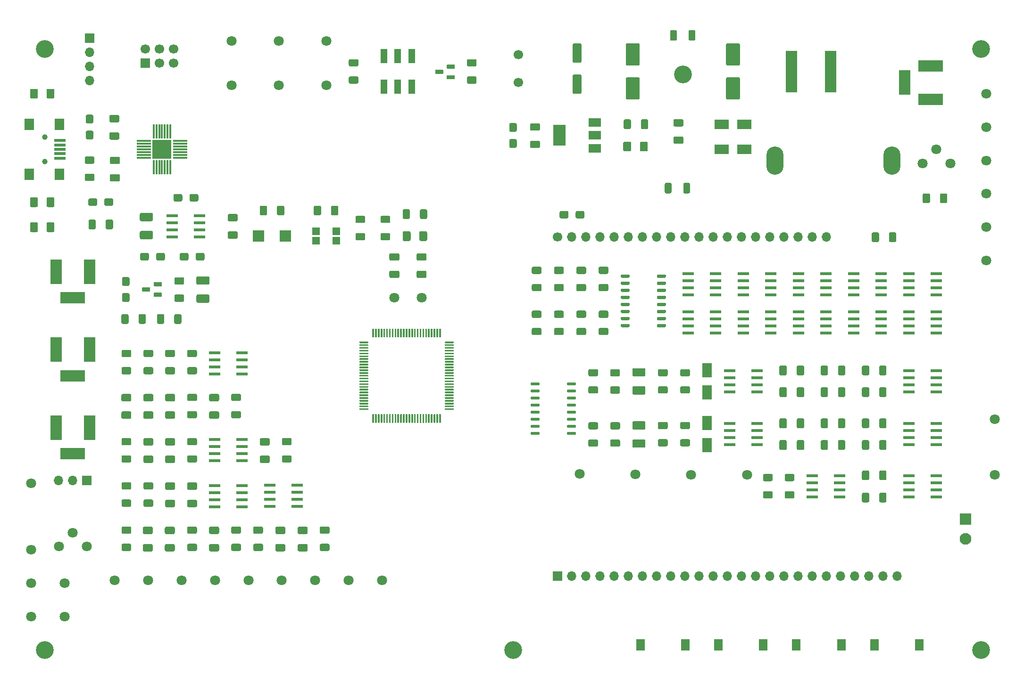
<source format=gbr>
%TF.GenerationSoftware,KiCad,Pcbnew,(5.1.7)-1*%
%TF.CreationDate,2021-04-16T09:21:30+09:00*%
%TF.ProjectId,EEG_Ver1.0A,4545475f-5665-4723-912e-30412e6b6963,Ver1.0A*%
%TF.SameCoordinates,Original*%
%TF.FileFunction,Soldermask,Top*%
%TF.FilePolarity,Negative*%
%FSLAX46Y46*%
G04 Gerber Fmt 4.6, Leading zero omitted, Abs format (unit mm)*
G04 Created by KiCad (PCBNEW (5.1.7)-1) date 2021-04-16 09:21:30*
%MOMM*%
%LPD*%
G01*
G04 APERTURE LIST*
%ADD10O,1.700000X1.700000*%
%ADD11C,1.700000*%
%ADD12R,1.700000X1.700000*%
%ADD13C,3.200000*%
%ADD14R,2.500000X1.700000*%
%ADD15R,1.400000X1.400000*%
%ADD16R,1.700000X2.500000*%
%ADD17O,3.048000X5.080000*%
%ADD18R,2.000000X4.500000*%
%ADD19R,4.500000X2.000000*%
%ADD20C,1.800000*%
%ADD21C,2.100000*%
%ADD22R,2.100000X2.100000*%
%ADD23C,1.000000*%
%ADD24R,1.700000X2.000000*%
%ADD25R,2.000000X0.500000*%
%ADD26R,2.000000X0.600000*%
%ADD27R,2.000000X7.500000*%
%ADD28R,1.550000X2.000000*%
%ADD29R,2.000000X2.000000*%
%ADD30R,1.200000X2.500000*%
%ADD31R,2.200000X1.500000*%
%ADD32R,2.200000X3.800000*%
%ADD33R,3.400000X3.400000*%
%ADD34R,0.300000X2.500000*%
%ADD35R,2.500000X0.300000*%
G04 APERTURE END LIST*
D10*
%TO.C,U2*%
X186180000Y-64750000D03*
X191260000Y-64750000D03*
X193800000Y-64750000D03*
X188720000Y-64750000D03*
X181100000Y-64750000D03*
X178560000Y-64750000D03*
X196340000Y-64750000D03*
X183640000Y-64750000D03*
X216660000Y-64750000D03*
X209040000Y-64750000D03*
X211580000Y-64750000D03*
X201420000Y-64750000D03*
X224280000Y-64750000D03*
X206500000Y-64750000D03*
X198880000Y-64750000D03*
X221740000Y-64750000D03*
X219200000Y-64750000D03*
X203960000Y-64750000D03*
D11*
X176020000Y-64750000D03*
D10*
X214120000Y-64750000D03*
X203960000Y-125750000D03*
X211580000Y-125750000D03*
X181100000Y-125750000D03*
D12*
X176020000Y-125750000D03*
D10*
X231900000Y-125750000D03*
X178560000Y-125750000D03*
X236980000Y-125750000D03*
X214120000Y-125750000D03*
X201420000Y-125750000D03*
X221740000Y-125750000D03*
X229360000Y-125750000D03*
X224280000Y-125750000D03*
X206500000Y-125750000D03*
X196340000Y-125750000D03*
X209040000Y-125750000D03*
X186180000Y-125750000D03*
X226820000Y-125750000D03*
X183640000Y-125750000D03*
X188720000Y-125750000D03*
X234440000Y-125750000D03*
X219200000Y-125750000D03*
X216660000Y-125750000D03*
X198880000Y-125750000D03*
X193800000Y-125750000D03*
X191260000Y-125750000D03*
%TD*%
D13*
%TO.C,REF\u002A\u002A*%
X168000000Y-139000000D03*
%TD*%
%TO.C,C2*%
G36*
G01*
X197049999Y-43575000D02*
X198350001Y-43575000D01*
G75*
G02*
X198600000Y-43824999I0J-249999D01*
G01*
X198600000Y-44650001D01*
G75*
G02*
X198350001Y-44900000I-249999J0D01*
G01*
X197049999Y-44900000D01*
G75*
G02*
X196800000Y-44650001I0J249999D01*
G01*
X196800000Y-43824999D01*
G75*
G02*
X197049999Y-43575000I249999J0D01*
G01*
G37*
G36*
G01*
X197049999Y-46700000D02*
X198350001Y-46700000D01*
G75*
G02*
X198600000Y-46949999I0J-249999D01*
G01*
X198600000Y-47775001D01*
G75*
G02*
X198350001Y-48025000I-249999J0D01*
G01*
X197049999Y-48025000D01*
G75*
G02*
X196800000Y-47775001I0J249999D01*
G01*
X196800000Y-46949999D01*
G75*
G02*
X197049999Y-46700000I249999J0D01*
G01*
G37*
%TD*%
%TO.C,REF\u002A\u002A*%
X84000000Y-31000000D03*
%TD*%
%TO.C,REF\u002A\u002A*%
X84000000Y-139000000D03*
%TD*%
%TO.C,REF\u002A\u002A*%
X252000000Y-139000000D03*
%TD*%
%TO.C,REF\u002A\u002A*%
X252000000Y-31000000D03*
%TD*%
%TO.C,REF\u002A\u002A*%
X198500000Y-35500000D03*
%TD*%
D11*
%TO.C,BZ1*%
X169000000Y-37000000D03*
X169000000Y-32000000D03*
%TD*%
%TO.C,C1*%
G36*
G01*
X208500000Y-40050000D02*
X206500000Y-40050000D01*
G75*
G02*
X206250000Y-39800000I0J250000D01*
G01*
X206250000Y-36300000D01*
G75*
G02*
X206500000Y-36050000I250000J0D01*
G01*
X208500000Y-36050000D01*
G75*
G02*
X208750000Y-36300000I0J-250000D01*
G01*
X208750000Y-39800000D01*
G75*
G02*
X208500000Y-40050000I-250000J0D01*
G01*
G37*
G36*
G01*
X208500000Y-33950000D02*
X206500000Y-33950000D01*
G75*
G02*
X206250000Y-33700000I0J250000D01*
G01*
X206250000Y-30200000D01*
G75*
G02*
X206500000Y-29950000I250000J0D01*
G01*
X208500000Y-29950000D01*
G75*
G02*
X208750000Y-30200000I0J-250000D01*
G01*
X208750000Y-33700000D01*
G75*
G02*
X208500000Y-33950000I-250000J0D01*
G01*
G37*
%TD*%
%TO.C,C3*%
G36*
G01*
X190500000Y-33950000D02*
X188500000Y-33950000D01*
G75*
G02*
X188250000Y-33700000I0J250000D01*
G01*
X188250000Y-30200000D01*
G75*
G02*
X188500000Y-29950000I250000J0D01*
G01*
X190500000Y-29950000D01*
G75*
G02*
X190750000Y-30200000I0J-250000D01*
G01*
X190750000Y-33700000D01*
G75*
G02*
X190500000Y-33950000I-250000J0D01*
G01*
G37*
G36*
G01*
X190500000Y-40050000D02*
X188500000Y-40050000D01*
G75*
G02*
X188250000Y-39800000I0J250000D01*
G01*
X188250000Y-36300000D01*
G75*
G02*
X188500000Y-36050000I250000J0D01*
G01*
X190500000Y-36050000D01*
G75*
G02*
X190750000Y-36300000I0J-250000D01*
G01*
X190750000Y-39800000D01*
G75*
G02*
X190500000Y-40050000I-250000J0D01*
G01*
G37*
%TD*%
%TO.C,C4*%
G36*
G01*
X180050000Y-39050000D02*
X178950000Y-39050000D01*
G75*
G02*
X178700000Y-38800000I0J250000D01*
G01*
X178700000Y-35800000D01*
G75*
G02*
X178950000Y-35550000I250000J0D01*
G01*
X180050000Y-35550000D01*
G75*
G02*
X180300000Y-35800000I0J-250000D01*
G01*
X180300000Y-38800000D01*
G75*
G02*
X180050000Y-39050000I-250000J0D01*
G01*
G37*
G36*
G01*
X180050000Y-33450000D02*
X178950000Y-33450000D01*
G75*
G02*
X178700000Y-33200000I0J250000D01*
G01*
X178700000Y-30200000D01*
G75*
G02*
X178950000Y-29950000I250000J0D01*
G01*
X180050000Y-29950000D01*
G75*
G02*
X180300000Y-30200000I0J-250000D01*
G01*
X180300000Y-33200000D01*
G75*
G02*
X180050000Y-33450000I-250000J0D01*
G01*
G37*
%TD*%
%TO.C,C5*%
G36*
G01*
X171299999Y-44325000D02*
X172600001Y-44325000D01*
G75*
G02*
X172850000Y-44574999I0J-249999D01*
G01*
X172850000Y-45400001D01*
G75*
G02*
X172600001Y-45650000I-249999J0D01*
G01*
X171299999Y-45650000D01*
G75*
G02*
X171050000Y-45400001I0J249999D01*
G01*
X171050000Y-44574999D01*
G75*
G02*
X171299999Y-44325000I249999J0D01*
G01*
G37*
G36*
G01*
X171299999Y-47450000D02*
X172600001Y-47450000D01*
G75*
G02*
X172850000Y-47699999I0J-249999D01*
G01*
X172850000Y-48525001D01*
G75*
G02*
X172600001Y-48775000I-249999J0D01*
G01*
X171299999Y-48775000D01*
G75*
G02*
X171050000Y-48525001I0J249999D01*
G01*
X171050000Y-47699999D01*
G75*
G02*
X171299999Y-47450000I249999J0D01*
G01*
G37*
%TD*%
%TO.C,C10*%
G36*
G01*
X117049999Y-60625000D02*
X118350001Y-60625000D01*
G75*
G02*
X118600000Y-60874999I0J-249999D01*
G01*
X118600000Y-61700001D01*
G75*
G02*
X118350001Y-61950000I-249999J0D01*
G01*
X117049999Y-61950000D01*
G75*
G02*
X116800000Y-61700001I0J249999D01*
G01*
X116800000Y-60874999D01*
G75*
G02*
X117049999Y-60625000I249999J0D01*
G01*
G37*
G36*
G01*
X117049999Y-63750000D02*
X118350001Y-63750000D01*
G75*
G02*
X118600000Y-63999999I0J-249999D01*
G01*
X118600000Y-64825001D01*
G75*
G02*
X118350001Y-65075000I-249999J0D01*
G01*
X117049999Y-65075000D01*
G75*
G02*
X116800000Y-64825001I0J249999D01*
G01*
X116800000Y-63999999D01*
G75*
G02*
X117049999Y-63750000I249999J0D01*
G01*
G37*
%TD*%
%TO.C,C15*%
G36*
G01*
X167574999Y-44275000D02*
X168425001Y-44275000D01*
G75*
G02*
X168675000Y-44524999I0J-249999D01*
G01*
X168675000Y-45600001D01*
G75*
G02*
X168425001Y-45850000I-249999J0D01*
G01*
X167574999Y-45850000D01*
G75*
G02*
X167325000Y-45600001I0J249999D01*
G01*
X167325000Y-44524999D01*
G75*
G02*
X167574999Y-44275000I249999J0D01*
G01*
G37*
G36*
G01*
X167574999Y-47150000D02*
X168425001Y-47150000D01*
G75*
G02*
X168675000Y-47399999I0J-249999D01*
G01*
X168675000Y-48475001D01*
G75*
G02*
X168425001Y-48725000I-249999J0D01*
G01*
X167574999Y-48725000D01*
G75*
G02*
X167325000Y-48475001I0J249999D01*
G01*
X167325000Y-47399999D01*
G75*
G02*
X167574999Y-47150000I249999J0D01*
G01*
G37*
%TD*%
%TO.C,C19*%
G36*
G01*
X152240001Y-69010000D02*
X150939999Y-69010000D01*
G75*
G02*
X150690000Y-68760001I0J249999D01*
G01*
X150690000Y-67934999D01*
G75*
G02*
X150939999Y-67685000I249999J0D01*
G01*
X152240001Y-67685000D01*
G75*
G02*
X152490000Y-67934999I0J-249999D01*
G01*
X152490000Y-68760001D01*
G75*
G02*
X152240001Y-69010000I-249999J0D01*
G01*
G37*
G36*
G01*
X152240001Y-72135000D02*
X150939999Y-72135000D01*
G75*
G02*
X150690000Y-71885001I0J249999D01*
G01*
X150690000Y-71059999D01*
G75*
G02*
X150939999Y-70810000I249999J0D01*
G01*
X152240001Y-70810000D01*
G75*
G02*
X152490000Y-71059999I0J-249999D01*
G01*
X152490000Y-71885001D01*
G75*
G02*
X152240001Y-72135000I-249999J0D01*
G01*
G37*
%TD*%
%TO.C,C20*%
G36*
G01*
X147360001Y-69010000D02*
X146059999Y-69010000D01*
G75*
G02*
X145810000Y-68760001I0J249999D01*
G01*
X145810000Y-67934999D01*
G75*
G02*
X146059999Y-67685000I249999J0D01*
G01*
X147360001Y-67685000D01*
G75*
G02*
X147610000Y-67934999I0J-249999D01*
G01*
X147610000Y-68760001D01*
G75*
G02*
X147360001Y-69010000I-249999J0D01*
G01*
G37*
G36*
G01*
X147360001Y-72135000D02*
X146059999Y-72135000D01*
G75*
G02*
X145810000Y-71885001I0J249999D01*
G01*
X145810000Y-71059999D01*
G75*
G02*
X146059999Y-70810000I249999J0D01*
G01*
X147360001Y-70810000D01*
G75*
G02*
X147610000Y-71059999I0J-249999D01*
G01*
X147610000Y-71885001D01*
G75*
G02*
X147360001Y-72135000I-249999J0D01*
G01*
G37*
%TD*%
%TO.C,C25*%
G36*
G01*
X179250000Y-61175001D02*
X179250000Y-60324999D01*
G75*
G02*
X179499999Y-60075000I249999J0D01*
G01*
X180575001Y-60075000D01*
G75*
G02*
X180825000Y-60324999I0J-249999D01*
G01*
X180825000Y-61175001D01*
G75*
G02*
X180575001Y-61425000I-249999J0D01*
G01*
X179499999Y-61425000D01*
G75*
G02*
X179250000Y-61175001I0J249999D01*
G01*
G37*
G36*
G01*
X176375000Y-61175001D02*
X176375000Y-60324999D01*
G75*
G02*
X176624999Y-60075000I249999J0D01*
G01*
X177700001Y-60075000D01*
G75*
G02*
X177950000Y-60324999I0J-249999D01*
G01*
X177950000Y-61175001D01*
G75*
G02*
X177700001Y-61425000I-249999J0D01*
G01*
X176624999Y-61425000D01*
G75*
G02*
X176375000Y-61175001I0J249999D01*
G01*
G37*
%TD*%
%TO.C,C29*%
G36*
G01*
X107100001Y-102250000D02*
X105799999Y-102250000D01*
G75*
G02*
X105550000Y-102000001I0J249999D01*
G01*
X105550000Y-101174999D01*
G75*
G02*
X105799999Y-100925000I249999J0D01*
G01*
X107100001Y-100925000D01*
G75*
G02*
X107350000Y-101174999I0J-249999D01*
G01*
X107350000Y-102000001D01*
G75*
G02*
X107100001Y-102250000I-249999J0D01*
G01*
G37*
G36*
G01*
X107100001Y-105375000D02*
X105799999Y-105375000D01*
G75*
G02*
X105550000Y-105125001I0J249999D01*
G01*
X105550000Y-104299999D01*
G75*
G02*
X105799999Y-104050000I249999J0D01*
G01*
X107100001Y-104050000D01*
G75*
G02*
X107350000Y-104299999I0J-249999D01*
G01*
X107350000Y-105125001D01*
G75*
G02*
X107100001Y-105375000I-249999J0D01*
G01*
G37*
%TD*%
%TO.C,C30*%
G36*
G01*
X103200001Y-102250000D02*
X101899999Y-102250000D01*
G75*
G02*
X101650000Y-102000001I0J249999D01*
G01*
X101650000Y-101174999D01*
G75*
G02*
X101899999Y-100925000I249999J0D01*
G01*
X103200001Y-100925000D01*
G75*
G02*
X103450000Y-101174999I0J-249999D01*
G01*
X103450000Y-102000001D01*
G75*
G02*
X103200001Y-102250000I-249999J0D01*
G01*
G37*
G36*
G01*
X103200001Y-105375000D02*
X101899999Y-105375000D01*
G75*
G02*
X101650000Y-105125001I0J249999D01*
G01*
X101650000Y-104299999D01*
G75*
G02*
X101899999Y-104050000I249999J0D01*
G01*
X103200001Y-104050000D01*
G75*
G02*
X103450000Y-104299999I0J-249999D01*
G01*
X103450000Y-105125001D01*
G75*
G02*
X103200001Y-105375000I-249999J0D01*
G01*
G37*
%TD*%
%TO.C,C31*%
G36*
G01*
X97949999Y-92975000D02*
X99250001Y-92975000D01*
G75*
G02*
X99500000Y-93224999I0J-249999D01*
G01*
X99500000Y-94050001D01*
G75*
G02*
X99250001Y-94300000I-249999J0D01*
G01*
X97949999Y-94300000D01*
G75*
G02*
X97700000Y-94050001I0J249999D01*
G01*
X97700000Y-93224999D01*
G75*
G02*
X97949999Y-92975000I249999J0D01*
G01*
G37*
G36*
G01*
X97949999Y-96100000D02*
X99250001Y-96100000D01*
G75*
G02*
X99500000Y-96349999I0J-249999D01*
G01*
X99500000Y-97175001D01*
G75*
G02*
X99250001Y-97425000I-249999J0D01*
G01*
X97949999Y-97425000D01*
G75*
G02*
X97700000Y-97175001I0J249999D01*
G01*
X97700000Y-96349999D01*
G75*
G02*
X97949999Y-96100000I249999J0D01*
G01*
G37*
%TD*%
%TO.C,C32*%
G36*
G01*
X103200001Y-97425000D02*
X101899999Y-97425000D01*
G75*
G02*
X101650000Y-97175001I0J249999D01*
G01*
X101650000Y-96349999D01*
G75*
G02*
X101899999Y-96100000I249999J0D01*
G01*
X103200001Y-96100000D01*
G75*
G02*
X103450000Y-96349999I0J-249999D01*
G01*
X103450000Y-97175001D01*
G75*
G02*
X103200001Y-97425000I-249999J0D01*
G01*
G37*
G36*
G01*
X103200001Y-94300000D02*
X101899999Y-94300000D01*
G75*
G02*
X101650000Y-94050001I0J249999D01*
G01*
X101650000Y-93224999D01*
G75*
G02*
X101899999Y-92975000I249999J0D01*
G01*
X103200001Y-92975000D01*
G75*
G02*
X103450000Y-93224999I0J-249999D01*
G01*
X103450000Y-94050001D01*
G75*
G02*
X103200001Y-94300000I-249999J0D01*
G01*
G37*
%TD*%
%TO.C,C33*%
G36*
G01*
X108650000Y-57274999D02*
X108650000Y-58125001D01*
G75*
G02*
X108400001Y-58375000I-249999J0D01*
G01*
X107324999Y-58375000D01*
G75*
G02*
X107075000Y-58125001I0J249999D01*
G01*
X107075000Y-57274999D01*
G75*
G02*
X107324999Y-57025000I249999J0D01*
G01*
X108400001Y-57025000D01*
G75*
G02*
X108650000Y-57274999I0J-249999D01*
G01*
G37*
G36*
G01*
X111525000Y-57274999D02*
X111525000Y-58125001D01*
G75*
G02*
X111275001Y-58375000I-249999J0D01*
G01*
X110199999Y-58375000D01*
G75*
G02*
X109950000Y-58125001I0J249999D01*
G01*
X109950000Y-57274999D01*
G75*
G02*
X110199999Y-57025000I249999J0D01*
G01*
X111275001Y-57025000D01*
G75*
G02*
X111525000Y-57274999I0J-249999D01*
G01*
G37*
%TD*%
%TO.C,C34*%
G36*
G01*
X107100001Y-97425000D02*
X105799999Y-97425000D01*
G75*
G02*
X105550000Y-97175001I0J249999D01*
G01*
X105550000Y-96349999D01*
G75*
G02*
X105799999Y-96100000I249999J0D01*
G01*
X107100001Y-96100000D01*
G75*
G02*
X107350000Y-96349999I0J-249999D01*
G01*
X107350000Y-97175001D01*
G75*
G02*
X107100001Y-97425000I-249999J0D01*
G01*
G37*
G36*
G01*
X107100001Y-94300000D02*
X105799999Y-94300000D01*
G75*
G02*
X105550000Y-94050001I0J249999D01*
G01*
X105550000Y-93224999D01*
G75*
G02*
X105799999Y-92975000I249999J0D01*
G01*
X107100001Y-92975000D01*
G75*
G02*
X107350000Y-93224999I0J-249999D01*
G01*
X107350000Y-94050001D01*
G75*
G02*
X107100001Y-94300000I-249999J0D01*
G01*
G37*
%TD*%
%TO.C,C35*%
G36*
G01*
X115000001Y-118150000D02*
X113699999Y-118150000D01*
G75*
G02*
X113450000Y-117900001I0J249999D01*
G01*
X113450000Y-117074999D01*
G75*
G02*
X113699999Y-116825000I249999J0D01*
G01*
X115000001Y-116825000D01*
G75*
G02*
X115250000Y-117074999I0J-249999D01*
G01*
X115250000Y-117900001D01*
G75*
G02*
X115000001Y-118150000I-249999J0D01*
G01*
G37*
G36*
G01*
X115000001Y-121275000D02*
X113699999Y-121275000D01*
G75*
G02*
X113450000Y-121025001I0J249999D01*
G01*
X113450000Y-120199999D01*
G75*
G02*
X113699999Y-119950000I249999J0D01*
G01*
X115000001Y-119950000D01*
G75*
G02*
X115250000Y-120199999I0J-249999D01*
G01*
X115250000Y-121025001D01*
G75*
G02*
X115000001Y-121275000I-249999J0D01*
G01*
G37*
%TD*%
%TO.C,C36*%
G36*
G01*
X103125000Y-61915000D02*
X101275000Y-61915000D01*
G75*
G02*
X101025000Y-61665000I0J250000D01*
G01*
X101025000Y-60665000D01*
G75*
G02*
X101275000Y-60415000I250000J0D01*
G01*
X103125000Y-60415000D01*
G75*
G02*
X103375000Y-60665000I0J-250000D01*
G01*
X103375000Y-61665000D01*
G75*
G02*
X103125000Y-61915000I-250000J0D01*
G01*
G37*
G36*
G01*
X103125000Y-65165000D02*
X101275000Y-65165000D01*
G75*
G02*
X101025000Y-64915000I0J250000D01*
G01*
X101025000Y-63915000D01*
G75*
G02*
X101275000Y-63665000I250000J0D01*
G01*
X103125000Y-63665000D01*
G75*
G02*
X103375000Y-63915000I0J-250000D01*
G01*
X103375000Y-64915000D01*
G75*
G02*
X103125000Y-65165000I-250000J0D01*
G01*
G37*
%TD*%
%TO.C,C38*%
G36*
G01*
X105525000Y-67874999D02*
X105525000Y-68725001D01*
G75*
G02*
X105275001Y-68975000I-249999J0D01*
G01*
X104199999Y-68975000D01*
G75*
G02*
X103950000Y-68725001I0J249999D01*
G01*
X103950000Y-67874999D01*
G75*
G02*
X104199999Y-67625000I249999J0D01*
G01*
X105275001Y-67625000D01*
G75*
G02*
X105525000Y-67874999I0J-249999D01*
G01*
G37*
G36*
G01*
X102650000Y-67874999D02*
X102650000Y-68725001D01*
G75*
G02*
X102400001Y-68975000I-249999J0D01*
G01*
X101324999Y-68975000D01*
G75*
G02*
X101075000Y-68725001I0J249999D01*
G01*
X101075000Y-67874999D01*
G75*
G02*
X101324999Y-67625000I249999J0D01*
G01*
X102400001Y-67625000D01*
G75*
G02*
X102650000Y-67874999I0J-249999D01*
G01*
G37*
%TD*%
%TO.C,C39*%
G36*
G01*
X109750000Y-67874999D02*
X109750000Y-68725001D01*
G75*
G02*
X109500001Y-68975000I-249999J0D01*
G01*
X108424999Y-68975000D01*
G75*
G02*
X108175000Y-68725001I0J249999D01*
G01*
X108175000Y-67874999D01*
G75*
G02*
X108424999Y-67625000I249999J0D01*
G01*
X109500001Y-67625000D01*
G75*
G02*
X109750000Y-67874999I0J-249999D01*
G01*
G37*
G36*
G01*
X112625000Y-67874999D02*
X112625000Y-68725001D01*
G75*
G02*
X112375001Y-68975000I-249999J0D01*
G01*
X111299999Y-68975000D01*
G75*
G02*
X111050000Y-68725001I0J249999D01*
G01*
X111050000Y-67874999D01*
G75*
G02*
X111299999Y-67625000I249999J0D01*
G01*
X112375001Y-67625000D01*
G75*
G02*
X112625000Y-67874999I0J-249999D01*
G01*
G37*
%TD*%
%TO.C,C42*%
G36*
G01*
X115000001Y-94300000D02*
X113699999Y-94300000D01*
G75*
G02*
X113450000Y-94050001I0J249999D01*
G01*
X113450000Y-93224999D01*
G75*
G02*
X113699999Y-92975000I249999J0D01*
G01*
X115000001Y-92975000D01*
G75*
G02*
X115250000Y-93224999I0J-249999D01*
G01*
X115250000Y-94050001D01*
G75*
G02*
X115000001Y-94300000I-249999J0D01*
G01*
G37*
G36*
G01*
X115000001Y-97425000D02*
X113699999Y-97425000D01*
G75*
G02*
X113450000Y-97175001I0J249999D01*
G01*
X113450000Y-96349999D01*
G75*
G02*
X113699999Y-96100000I249999J0D01*
G01*
X115000001Y-96100000D01*
G75*
G02*
X115250000Y-96349999I0J-249999D01*
G01*
X115250000Y-97175001D01*
G75*
G02*
X115000001Y-97425000I-249999J0D01*
G01*
G37*
%TD*%
%TO.C,C43*%
G36*
G01*
X122799999Y-100925000D02*
X124100001Y-100925000D01*
G75*
G02*
X124350000Y-101174999I0J-249999D01*
G01*
X124350000Y-102000001D01*
G75*
G02*
X124100001Y-102250000I-249999J0D01*
G01*
X122799999Y-102250000D01*
G75*
G02*
X122550000Y-102000001I0J249999D01*
G01*
X122550000Y-101174999D01*
G75*
G02*
X122799999Y-100925000I249999J0D01*
G01*
G37*
G36*
G01*
X122799999Y-104050000D02*
X124100001Y-104050000D01*
G75*
G02*
X124350000Y-104299999I0J-249999D01*
G01*
X124350000Y-105125001D01*
G75*
G02*
X124100001Y-105375000I-249999J0D01*
G01*
X122799999Y-105375000D01*
G75*
G02*
X122550000Y-105125001I0J249999D01*
G01*
X122550000Y-104299999D01*
G75*
G02*
X122799999Y-104050000I249999J0D01*
G01*
G37*
%TD*%
%TO.C,C44*%
G36*
G01*
X107100001Y-110200000D02*
X105799999Y-110200000D01*
G75*
G02*
X105550000Y-109950001I0J249999D01*
G01*
X105550000Y-109124999D01*
G75*
G02*
X105799999Y-108875000I249999J0D01*
G01*
X107100001Y-108875000D01*
G75*
G02*
X107350000Y-109124999I0J-249999D01*
G01*
X107350000Y-109950001D01*
G75*
G02*
X107100001Y-110200000I-249999J0D01*
G01*
G37*
G36*
G01*
X107100001Y-113325000D02*
X105799999Y-113325000D01*
G75*
G02*
X105550000Y-113075001I0J249999D01*
G01*
X105550000Y-112249999D01*
G75*
G02*
X105799999Y-112000000I249999J0D01*
G01*
X107100001Y-112000000D01*
G75*
G02*
X107350000Y-112249999I0J-249999D01*
G01*
X107350000Y-113075001D01*
G75*
G02*
X107100001Y-113325000I-249999J0D01*
G01*
G37*
%TD*%
%TO.C,C45*%
G36*
G01*
X109749999Y-108875000D02*
X111050001Y-108875000D01*
G75*
G02*
X111300000Y-109124999I0J-249999D01*
G01*
X111300000Y-109950001D01*
G75*
G02*
X111050001Y-110200000I-249999J0D01*
G01*
X109749999Y-110200000D01*
G75*
G02*
X109500000Y-109950001I0J249999D01*
G01*
X109500000Y-109124999D01*
G75*
G02*
X109749999Y-108875000I249999J0D01*
G01*
G37*
G36*
G01*
X109749999Y-112000000D02*
X111050001Y-112000000D01*
G75*
G02*
X111300000Y-112249999I0J-249999D01*
G01*
X111300000Y-113075001D01*
G75*
G02*
X111050001Y-113325000I-249999J0D01*
G01*
X109749999Y-113325000D01*
G75*
G02*
X109500000Y-113075001I0J249999D01*
G01*
X109500000Y-112249999D01*
G75*
G02*
X109749999Y-112000000I249999J0D01*
G01*
G37*
%TD*%
%TO.C,C51*%
G36*
G01*
X113275000Y-73335000D02*
X111425000Y-73335000D01*
G75*
G02*
X111175000Y-73085000I0J250000D01*
G01*
X111175000Y-72085000D01*
G75*
G02*
X111425000Y-71835000I250000J0D01*
G01*
X113275000Y-71835000D01*
G75*
G02*
X113525000Y-72085000I0J-250000D01*
G01*
X113525000Y-73085000D01*
G75*
G02*
X113275000Y-73335000I-250000J0D01*
G01*
G37*
G36*
G01*
X113275000Y-76585000D02*
X111425000Y-76585000D01*
G75*
G02*
X111175000Y-76335000I0J250000D01*
G01*
X111175000Y-75335000D01*
G75*
G02*
X111425000Y-75085000I250000J0D01*
G01*
X113275000Y-75085000D01*
G75*
G02*
X113525000Y-75335000I0J-250000D01*
G01*
X113525000Y-76335000D01*
G75*
G02*
X113275000Y-76585000I-250000J0D01*
G01*
G37*
%TD*%
%TO.C,C52*%
G36*
G01*
X98074999Y-74850000D02*
X98925001Y-74850000D01*
G75*
G02*
X99175000Y-75099999I0J-249999D01*
G01*
X99175000Y-76175001D01*
G75*
G02*
X98925001Y-76425000I-249999J0D01*
G01*
X98074999Y-76425000D01*
G75*
G02*
X97825000Y-76175001I0J249999D01*
G01*
X97825000Y-75099999D01*
G75*
G02*
X98074999Y-74850000I249999J0D01*
G01*
G37*
G36*
G01*
X98074999Y-71975000D02*
X98925001Y-71975000D01*
G75*
G02*
X99175000Y-72224999I0J-249999D01*
G01*
X99175000Y-73300001D01*
G75*
G02*
X98925001Y-73550000I-249999J0D01*
G01*
X98074999Y-73550000D01*
G75*
G02*
X97825000Y-73300001I0J249999D01*
G01*
X97825000Y-72224999D01*
G75*
G02*
X98074999Y-71975000I249999J0D01*
G01*
G37*
%TD*%
%TO.C,C53*%
G36*
G01*
X107050001Y-118162500D02*
X105749999Y-118162500D01*
G75*
G02*
X105500000Y-117912501I0J249999D01*
G01*
X105500000Y-117087499D01*
G75*
G02*
X105749999Y-116837500I249999J0D01*
G01*
X107050001Y-116837500D01*
G75*
G02*
X107300000Y-117087499I0J-249999D01*
G01*
X107300000Y-117912501D01*
G75*
G02*
X107050001Y-118162500I-249999J0D01*
G01*
G37*
G36*
G01*
X107050001Y-121287500D02*
X105749999Y-121287500D01*
G75*
G02*
X105500000Y-121037501I0J249999D01*
G01*
X105500000Y-120212499D01*
G75*
G02*
X105749999Y-119962500I249999J0D01*
G01*
X107050001Y-119962500D01*
G75*
G02*
X107300000Y-120212499I0J-249999D01*
G01*
X107300000Y-121037501D01*
G75*
G02*
X107050001Y-121287500I-249999J0D01*
G01*
G37*
%TD*%
%TO.C,C54*%
G36*
G01*
X101799999Y-116837500D02*
X103100001Y-116837500D01*
G75*
G02*
X103350000Y-117087499I0J-249999D01*
G01*
X103350000Y-117912501D01*
G75*
G02*
X103100001Y-118162500I-249999J0D01*
G01*
X101799999Y-118162500D01*
G75*
G02*
X101550000Y-117912501I0J249999D01*
G01*
X101550000Y-117087499D01*
G75*
G02*
X101799999Y-116837500I249999J0D01*
G01*
G37*
G36*
G01*
X101799999Y-119962500D02*
X103100001Y-119962500D01*
G75*
G02*
X103350000Y-120212499I0J-249999D01*
G01*
X103350000Y-121037501D01*
G75*
G02*
X103100001Y-121287500I-249999J0D01*
G01*
X101799999Y-121287500D01*
G75*
G02*
X101550000Y-121037501I0J249999D01*
G01*
X101550000Y-120212499D01*
G75*
G02*
X101799999Y-119962500I249999J0D01*
G01*
G37*
%TD*%
%TO.C,C57*%
G36*
G01*
X126900001Y-118150000D02*
X125599999Y-118150000D01*
G75*
G02*
X125350000Y-117900001I0J249999D01*
G01*
X125350000Y-117074999D01*
G75*
G02*
X125599999Y-116825000I249999J0D01*
G01*
X126900001Y-116825000D01*
G75*
G02*
X127150000Y-117074999I0J-249999D01*
G01*
X127150000Y-117900001D01*
G75*
G02*
X126900001Y-118150000I-249999J0D01*
G01*
G37*
G36*
G01*
X126900001Y-121275000D02*
X125599999Y-121275000D01*
G75*
G02*
X125350000Y-121025001I0J249999D01*
G01*
X125350000Y-120199999D01*
G75*
G02*
X125599999Y-119950000I249999J0D01*
G01*
X126900001Y-119950000D01*
G75*
G02*
X127150000Y-120199999I0J-249999D01*
G01*
X127150000Y-121025001D01*
G75*
G02*
X126900001Y-121275000I-249999J0D01*
G01*
G37*
%TD*%
%TO.C,C58*%
G36*
G01*
X129599999Y-116825000D02*
X130900001Y-116825000D01*
G75*
G02*
X131150000Y-117074999I0J-249999D01*
G01*
X131150000Y-117900001D01*
G75*
G02*
X130900001Y-118150000I-249999J0D01*
G01*
X129599999Y-118150000D01*
G75*
G02*
X129350000Y-117900001I0J249999D01*
G01*
X129350000Y-117074999D01*
G75*
G02*
X129599999Y-116825000I249999J0D01*
G01*
G37*
G36*
G01*
X129599999Y-119950000D02*
X130900001Y-119950000D01*
G75*
G02*
X131150000Y-120199999I0J-249999D01*
G01*
X131150000Y-121025001D01*
G75*
G02*
X130900001Y-121275000I-249999J0D01*
G01*
X129599999Y-121275000D01*
G75*
G02*
X129350000Y-121025001I0J249999D01*
G01*
X129350000Y-120199999D01*
G75*
G02*
X129599999Y-119950000I249999J0D01*
G01*
G37*
%TD*%
%TO.C,C59*%
G36*
G01*
X189675000Y-91585000D02*
X191525000Y-91585000D01*
G75*
G02*
X191775000Y-91835000I0J-250000D01*
G01*
X191775000Y-92835000D01*
G75*
G02*
X191525000Y-93085000I-250000J0D01*
G01*
X189675000Y-93085000D01*
G75*
G02*
X189425000Y-92835000I0J250000D01*
G01*
X189425000Y-91835000D01*
G75*
G02*
X189675000Y-91585000I250000J0D01*
G01*
G37*
G36*
G01*
X189675000Y-88335000D02*
X191525000Y-88335000D01*
G75*
G02*
X191775000Y-88585000I0J-250000D01*
G01*
X191775000Y-89585000D01*
G75*
G02*
X191525000Y-89835000I-250000J0D01*
G01*
X189675000Y-89835000D01*
G75*
G02*
X189425000Y-89585000I0J250000D01*
G01*
X189425000Y-88585000D01*
G75*
G02*
X189675000Y-88335000I250000J0D01*
G01*
G37*
%TD*%
%TO.C,C60*%
G36*
G01*
X189675000Y-101135000D02*
X191525000Y-101135000D01*
G75*
G02*
X191775000Y-101385000I0J-250000D01*
G01*
X191775000Y-102385000D01*
G75*
G02*
X191525000Y-102635000I-250000J0D01*
G01*
X189675000Y-102635000D01*
G75*
G02*
X189425000Y-102385000I0J250000D01*
G01*
X189425000Y-101385000D01*
G75*
G02*
X189675000Y-101135000I250000J0D01*
G01*
G37*
G36*
G01*
X189675000Y-97885000D02*
X191525000Y-97885000D01*
G75*
G02*
X191775000Y-98135000I0J-250000D01*
G01*
X191775000Y-99135000D01*
G75*
G02*
X191525000Y-99385000I-250000J0D01*
G01*
X189675000Y-99385000D01*
G75*
G02*
X189425000Y-99135000I0J250000D01*
G01*
X189425000Y-98135000D01*
G75*
G02*
X189675000Y-97885000I250000J0D01*
G01*
G37*
%TD*%
%TO.C,C61*%
G36*
G01*
X218937500Y-89400001D02*
X218937500Y-88099999D01*
G75*
G02*
X219187499Y-87850000I249999J0D01*
G01*
X220012501Y-87850000D01*
G75*
G02*
X220262500Y-88099999I0J-249999D01*
G01*
X220262500Y-89400001D01*
G75*
G02*
X220012501Y-89650000I-249999J0D01*
G01*
X219187499Y-89650000D01*
G75*
G02*
X218937500Y-89400001I0J249999D01*
G01*
G37*
G36*
G01*
X215812500Y-89400001D02*
X215812500Y-88099999D01*
G75*
G02*
X216062499Y-87850000I249999J0D01*
G01*
X216887501Y-87850000D01*
G75*
G02*
X217137500Y-88099999I0J-249999D01*
G01*
X217137500Y-89400001D01*
G75*
G02*
X216887501Y-89650000I-249999J0D01*
G01*
X216062499Y-89650000D01*
G75*
G02*
X215812500Y-89400001I0J249999D01*
G01*
G37*
%TD*%
%TO.C,C62*%
G36*
G01*
X215825000Y-98900001D02*
X215825000Y-97599999D01*
G75*
G02*
X216074999Y-97350000I249999J0D01*
G01*
X216900001Y-97350000D01*
G75*
G02*
X217150000Y-97599999I0J-249999D01*
G01*
X217150000Y-98900001D01*
G75*
G02*
X216900001Y-99150000I-249999J0D01*
G01*
X216074999Y-99150000D01*
G75*
G02*
X215825000Y-98900001I0J249999D01*
G01*
G37*
G36*
G01*
X218950000Y-98900001D02*
X218950000Y-97599999D01*
G75*
G02*
X219199999Y-97350000I249999J0D01*
G01*
X220025001Y-97350000D01*
G75*
G02*
X220275000Y-97599999I0J-249999D01*
G01*
X220275000Y-98900001D01*
G75*
G02*
X220025001Y-99150000I-249999J0D01*
G01*
X219199999Y-99150000D01*
G75*
G02*
X218950000Y-98900001I0J249999D01*
G01*
G37*
%TD*%
%TO.C,C63*%
G36*
G01*
X215825000Y-93300001D02*
X215825000Y-91999999D01*
G75*
G02*
X216074999Y-91750000I249999J0D01*
G01*
X216900001Y-91750000D01*
G75*
G02*
X217150000Y-91999999I0J-249999D01*
G01*
X217150000Y-93300001D01*
G75*
G02*
X216900001Y-93550000I-249999J0D01*
G01*
X216074999Y-93550000D01*
G75*
G02*
X215825000Y-93300001I0J249999D01*
G01*
G37*
G36*
G01*
X218950000Y-93300001D02*
X218950000Y-91999999D01*
G75*
G02*
X219199999Y-91750000I249999J0D01*
G01*
X220025001Y-91750000D01*
G75*
G02*
X220275000Y-91999999I0J-249999D01*
G01*
X220275000Y-93300001D01*
G75*
G02*
X220025001Y-93550000I-249999J0D01*
G01*
X219199999Y-93550000D01*
G75*
G02*
X218950000Y-93300001I0J249999D01*
G01*
G37*
%TD*%
%TO.C,C64*%
G36*
G01*
X215825000Y-102800001D02*
X215825000Y-101499999D01*
G75*
G02*
X216074999Y-101250000I249999J0D01*
G01*
X216900001Y-101250000D01*
G75*
G02*
X217150000Y-101499999I0J-249999D01*
G01*
X217150000Y-102800001D01*
G75*
G02*
X216900001Y-103050000I-249999J0D01*
G01*
X216074999Y-103050000D01*
G75*
G02*
X215825000Y-102800001I0J249999D01*
G01*
G37*
G36*
G01*
X218950000Y-102800001D02*
X218950000Y-101499999D01*
G75*
G02*
X219199999Y-101250000I249999J0D01*
G01*
X220025001Y-101250000D01*
G75*
G02*
X220275000Y-101499999I0J-249999D01*
G01*
X220275000Y-102800001D01*
G75*
G02*
X220025001Y-103050000I-249999J0D01*
G01*
X219199999Y-103050000D01*
G75*
G02*
X218950000Y-102800001I0J249999D01*
G01*
G37*
%TD*%
%TO.C,C66*%
G36*
G01*
X97200001Y-54787500D02*
X95899999Y-54787500D01*
G75*
G02*
X95650000Y-54537501I0J249999D01*
G01*
X95650000Y-53712499D01*
G75*
G02*
X95899999Y-53462500I249999J0D01*
G01*
X97200001Y-53462500D01*
G75*
G02*
X97450000Y-53712499I0J-249999D01*
G01*
X97450000Y-54537501D01*
G75*
G02*
X97200001Y-54787500I-249999J0D01*
G01*
G37*
G36*
G01*
X97200001Y-51662500D02*
X95899999Y-51662500D01*
G75*
G02*
X95650000Y-51412501I0J249999D01*
G01*
X95650000Y-50587499D01*
G75*
G02*
X95899999Y-50337500I249999J0D01*
G01*
X97200001Y-50337500D01*
G75*
G02*
X97450000Y-50587499I0J-249999D01*
G01*
X97450000Y-51412501D01*
G75*
G02*
X97200001Y-51662500I-249999J0D01*
G01*
G37*
%TD*%
%TO.C,C67*%
G36*
G01*
X95799999Y-45950000D02*
X97100001Y-45950000D01*
G75*
G02*
X97350000Y-46199999I0J-249999D01*
G01*
X97350000Y-47025001D01*
G75*
G02*
X97100001Y-47275000I-249999J0D01*
G01*
X95799999Y-47275000D01*
G75*
G02*
X95550000Y-47025001I0J249999D01*
G01*
X95550000Y-46199999D01*
G75*
G02*
X95799999Y-45950000I249999J0D01*
G01*
G37*
G36*
G01*
X95799999Y-42825000D02*
X97100001Y-42825000D01*
G75*
G02*
X97350000Y-43074999I0J-249999D01*
G01*
X97350000Y-43900001D01*
G75*
G02*
X97100001Y-44150000I-249999J0D01*
G01*
X95799999Y-44150000D01*
G75*
G02*
X95550000Y-43900001I0J249999D01*
G01*
X95550000Y-43074999D01*
G75*
G02*
X95799999Y-42825000I249999J0D01*
G01*
G37*
%TD*%
%TO.C,C68*%
G36*
G01*
X92425001Y-47225000D02*
X91574999Y-47225000D01*
G75*
G02*
X91325000Y-46975001I0J249999D01*
G01*
X91325000Y-45899999D01*
G75*
G02*
X91574999Y-45650000I249999J0D01*
G01*
X92425001Y-45650000D01*
G75*
G02*
X92675000Y-45899999I0J-249999D01*
G01*
X92675000Y-46975001D01*
G75*
G02*
X92425001Y-47225000I-249999J0D01*
G01*
G37*
G36*
G01*
X92425001Y-44350000D02*
X91574999Y-44350000D01*
G75*
G02*
X91325000Y-44100001I0J249999D01*
G01*
X91325000Y-43024999D01*
G75*
G02*
X91574999Y-42775000I249999J0D01*
G01*
X92425001Y-42775000D01*
G75*
G02*
X92675000Y-43024999I0J-249999D01*
G01*
X92675000Y-44100001D01*
G75*
G02*
X92425001Y-44350000I-249999J0D01*
G01*
G37*
%TD*%
%TO.C,C69*%
G36*
G01*
X94650000Y-58925001D02*
X94650000Y-58074999D01*
G75*
G02*
X94899999Y-57825000I249999J0D01*
G01*
X95975001Y-57825000D01*
G75*
G02*
X96225000Y-58074999I0J-249999D01*
G01*
X96225000Y-58925001D01*
G75*
G02*
X95975001Y-59175000I-249999J0D01*
G01*
X94899999Y-59175000D01*
G75*
G02*
X94650000Y-58925001I0J249999D01*
G01*
G37*
G36*
G01*
X91775000Y-58925001D02*
X91775000Y-58074999D01*
G75*
G02*
X92024999Y-57825000I249999J0D01*
G01*
X93100001Y-57825000D01*
G75*
G02*
X93350000Y-58074999I0J-249999D01*
G01*
X93350000Y-58925001D01*
G75*
G02*
X93100001Y-59175000I-249999J0D01*
G01*
X92024999Y-59175000D01*
G75*
G02*
X91775000Y-58925001I0J249999D01*
G01*
G37*
%TD*%
D14*
%TO.C,D1*%
X205500000Y-49000000D03*
X209500000Y-49000000D03*
%TD*%
%TO.C,D2*%
X209500000Y-44500000D03*
X205500000Y-44500000D03*
%TD*%
%TO.C,D3*%
G36*
G01*
X187800000Y-49125000D02*
X187800000Y-47875000D01*
G75*
G02*
X188050000Y-47625000I250000J0D01*
G01*
X188975000Y-47625000D01*
G75*
G02*
X189225000Y-47875000I0J-250000D01*
G01*
X189225000Y-49125000D01*
G75*
G02*
X188975000Y-49375000I-250000J0D01*
G01*
X188050000Y-49375000D01*
G75*
G02*
X187800000Y-49125000I0J250000D01*
G01*
G37*
G36*
G01*
X190775000Y-49125000D02*
X190775000Y-47875000D01*
G75*
G02*
X191025000Y-47625000I250000J0D01*
G01*
X191950000Y-47625000D01*
G75*
G02*
X192200000Y-47875000I0J-250000D01*
G01*
X192200000Y-49125000D01*
G75*
G02*
X191950000Y-49375000I-250000J0D01*
G01*
X191025000Y-49375000D01*
G75*
G02*
X190775000Y-49125000I0J250000D01*
G01*
G37*
%TD*%
D15*
%TO.C,D4*%
X132650000Y-65425000D03*
X136250000Y-65425000D03*
X136250000Y-63775000D03*
X132650000Y-63775000D03*
%TD*%
%TO.C,D5*%
G36*
G01*
X148200000Y-65225000D02*
X148200000Y-63975000D01*
G75*
G02*
X148450000Y-63725000I250000J0D01*
G01*
X149375000Y-63725000D01*
G75*
G02*
X149625000Y-63975000I0J-250000D01*
G01*
X149625000Y-65225000D01*
G75*
G02*
X149375000Y-65475000I-250000J0D01*
G01*
X148450000Y-65475000D01*
G75*
G02*
X148200000Y-65225000I0J250000D01*
G01*
G37*
G36*
G01*
X151175000Y-65225000D02*
X151175000Y-63975000D01*
G75*
G02*
X151425000Y-63725000I250000J0D01*
G01*
X152350000Y-63725000D01*
G75*
G02*
X152600000Y-63975000I0J-250000D01*
G01*
X152600000Y-65225000D01*
G75*
G02*
X152350000Y-65475000I-250000J0D01*
G01*
X151425000Y-65475000D01*
G75*
G02*
X151175000Y-65225000I0J250000D01*
G01*
G37*
%TD*%
D16*
%TO.C,D6*%
X202850000Y-88700000D03*
X202850000Y-92700000D03*
%TD*%
%TO.C,D7*%
X202850000Y-102200000D03*
X202850000Y-98200000D03*
%TD*%
%TO.C,D8*%
G36*
G01*
X81300000Y-39625000D02*
X81300000Y-38375000D01*
G75*
G02*
X81550000Y-38125000I250000J0D01*
G01*
X82475000Y-38125000D01*
G75*
G02*
X82725000Y-38375000I0J-250000D01*
G01*
X82725000Y-39625000D01*
G75*
G02*
X82475000Y-39875000I-250000J0D01*
G01*
X81550000Y-39875000D01*
G75*
G02*
X81300000Y-39625000I0J250000D01*
G01*
G37*
G36*
G01*
X84275000Y-39625000D02*
X84275000Y-38375000D01*
G75*
G02*
X84525000Y-38125000I250000J0D01*
G01*
X85450000Y-38125000D01*
G75*
G02*
X85700000Y-38375000I0J-250000D01*
G01*
X85700000Y-39625000D01*
G75*
G02*
X85450000Y-39875000I-250000J0D01*
G01*
X84525000Y-39875000D01*
G75*
G02*
X84275000Y-39625000I0J250000D01*
G01*
G37*
%TD*%
%TO.C,D9*%
G36*
G01*
X81300000Y-63625000D02*
X81300000Y-62375000D01*
G75*
G02*
X81550000Y-62125000I250000J0D01*
G01*
X82475000Y-62125000D01*
G75*
G02*
X82725000Y-62375000I0J-250000D01*
G01*
X82725000Y-63625000D01*
G75*
G02*
X82475000Y-63875000I-250000J0D01*
G01*
X81550000Y-63875000D01*
G75*
G02*
X81300000Y-63625000I0J250000D01*
G01*
G37*
G36*
G01*
X84275000Y-63625000D02*
X84275000Y-62375000D01*
G75*
G02*
X84525000Y-62125000I250000J0D01*
G01*
X85450000Y-62125000D01*
G75*
G02*
X85700000Y-62375000I0J-250000D01*
G01*
X85700000Y-63625000D01*
G75*
G02*
X85450000Y-63875000I-250000J0D01*
G01*
X84525000Y-63875000D01*
G75*
G02*
X84275000Y-63625000I0J250000D01*
G01*
G37*
%TD*%
%TO.C,D10*%
G36*
G01*
X81300000Y-59125000D02*
X81300000Y-57875000D01*
G75*
G02*
X81550000Y-57625000I250000J0D01*
G01*
X82475000Y-57625000D01*
G75*
G02*
X82725000Y-57875000I0J-250000D01*
G01*
X82725000Y-59125000D01*
G75*
G02*
X82475000Y-59375000I-250000J0D01*
G01*
X81550000Y-59375000D01*
G75*
G02*
X81300000Y-59125000I0J250000D01*
G01*
G37*
G36*
G01*
X84275000Y-59125000D02*
X84275000Y-57875000D01*
G75*
G02*
X84525000Y-57625000I250000J0D01*
G01*
X85450000Y-57625000D01*
G75*
G02*
X85700000Y-57875000I0J-250000D01*
G01*
X85700000Y-59125000D01*
G75*
G02*
X85450000Y-59375000I-250000J0D01*
G01*
X84525000Y-59375000D01*
G75*
G02*
X84275000Y-59125000I0J250000D01*
G01*
G37*
%TD*%
D17*
%TO.C,F1*%
X215000000Y-51000000D03*
X236000000Y-51000000D03*
%TD*%
%TO.C,FB1*%
G36*
G01*
X195250000Y-56675000D02*
X195250000Y-55275000D01*
G75*
G02*
X195500000Y-55025000I250000J0D01*
G01*
X196225000Y-55025000D01*
G75*
G02*
X196475000Y-55275000I0J-250000D01*
G01*
X196475000Y-56675000D01*
G75*
G02*
X196225000Y-56925000I-250000J0D01*
G01*
X195500000Y-56925000D01*
G75*
G02*
X195250000Y-56675000I0J250000D01*
G01*
G37*
G36*
G01*
X198575000Y-56675000D02*
X198575000Y-55275000D01*
G75*
G02*
X198825000Y-55025000I250000J0D01*
G01*
X199550000Y-55025000D01*
G75*
G02*
X199800000Y-55275000I0J-250000D01*
G01*
X199800000Y-56675000D01*
G75*
G02*
X199550000Y-56925000I-250000J0D01*
G01*
X198825000Y-56925000D01*
G75*
G02*
X198575000Y-56675000I0J250000D01*
G01*
G37*
%TD*%
%TO.C,FB2*%
G36*
G01*
X197425000Y-27825000D02*
X197425000Y-29225000D01*
G75*
G02*
X197175000Y-29475000I-250000J0D01*
G01*
X196450000Y-29475000D01*
G75*
G02*
X196200000Y-29225000I0J250000D01*
G01*
X196200000Y-27825000D01*
G75*
G02*
X196450000Y-27575000I250000J0D01*
G01*
X197175000Y-27575000D01*
G75*
G02*
X197425000Y-27825000I0J-250000D01*
G01*
G37*
G36*
G01*
X200750000Y-27825000D02*
X200750000Y-29225000D01*
G75*
G02*
X200500000Y-29475000I-250000J0D01*
G01*
X199775000Y-29475000D01*
G75*
G02*
X199525000Y-29225000I0J250000D01*
G01*
X199525000Y-27825000D01*
G75*
G02*
X199775000Y-27575000I250000J0D01*
G01*
X200500000Y-27575000D01*
G75*
G02*
X200750000Y-27825000I0J-250000D01*
G01*
G37*
%TD*%
D18*
%TO.C,J1*%
X238300000Y-37000000D03*
D19*
X243000000Y-40000000D03*
X243000000Y-34000000D03*
%TD*%
D12*
%TO.C,J2*%
X102000000Y-33540000D03*
D11*
X102000000Y-31000000D03*
X104540000Y-33540000D03*
X104540000Y-31000000D03*
X107080000Y-33540000D03*
X107080000Y-31000000D03*
%TD*%
D19*
%TO.C,J3*%
X89000000Y-103700000D03*
D18*
X92000000Y-99000000D03*
X86000000Y-99000000D03*
%TD*%
%TO.C,J4*%
X86000000Y-71000000D03*
X92000000Y-71000000D03*
D19*
X89000000Y-75700000D03*
%TD*%
%TO.C,J5*%
X89000000Y-89700000D03*
D18*
X92000000Y-85000000D03*
X86000000Y-85000000D03*
%TD*%
D20*
%TO.C,J6*%
X81500000Y-109000000D03*
%TD*%
%TO.C,J7*%
X81500000Y-121000000D03*
%TD*%
D10*
%TO.C,J8*%
X86420000Y-108500000D03*
X88960000Y-108500000D03*
D12*
X91500000Y-108500000D03*
%TD*%
D21*
%TO.C,J9*%
X249250000Y-119000000D03*
D22*
X249250000Y-115500000D03*
%TD*%
D23*
%TO.C,J10*%
X84000000Y-51200000D03*
X84000000Y-46800000D03*
D24*
X81150000Y-53450000D03*
X86600000Y-53450000D03*
X81150000Y-44550000D03*
X86600000Y-44550000D03*
D25*
X86700000Y-50600000D03*
X86700000Y-49800000D03*
X86700000Y-49000000D03*
X86700000Y-48200000D03*
X86700000Y-47400000D03*
%TD*%
D10*
%TO.C,J11*%
X92000000Y-36620000D03*
X92000000Y-34080000D03*
X92000000Y-31540000D03*
D12*
X92000000Y-29000000D03*
%TD*%
%TO.C,Q1*%
G36*
G01*
X157570000Y-35750000D02*
X157570000Y-36350000D01*
G75*
G02*
X157500000Y-36420000I-70000J0D01*
G01*
X156200000Y-36420000D01*
G75*
G02*
X156130000Y-36350000I0J70000D01*
G01*
X156130000Y-35750000D01*
G75*
G02*
X156200000Y-35680000I70000J0D01*
G01*
X157500000Y-35680000D01*
G75*
G02*
X157570000Y-35750000I0J-70000D01*
G01*
G37*
G36*
G01*
X157570000Y-33850000D02*
X157570000Y-34450000D01*
G75*
G02*
X157500000Y-34520000I-70000J0D01*
G01*
X156200000Y-34520000D01*
G75*
G02*
X156130000Y-34450000I0J70000D01*
G01*
X156130000Y-33850000D01*
G75*
G02*
X156200000Y-33780000I70000J0D01*
G01*
X157500000Y-33780000D01*
G75*
G02*
X157570000Y-33850000I0J-70000D01*
G01*
G37*
G36*
G01*
X155470000Y-34800000D02*
X155470000Y-35400000D01*
G75*
G02*
X155400000Y-35470000I-70000J0D01*
G01*
X154100000Y-35470000D01*
G75*
G02*
X154030000Y-35400000I0J70000D01*
G01*
X154030000Y-34800000D01*
G75*
G02*
X154100000Y-34730000I70000J0D01*
G01*
X155400000Y-34730000D01*
G75*
G02*
X155470000Y-34800000I0J-70000D01*
G01*
G37*
%TD*%
D26*
%TO.C,Q2*%
X239050000Y-73885000D03*
X243950000Y-71345000D03*
X243950000Y-72615000D03*
X243950000Y-73885000D03*
X243950000Y-75155000D03*
X239050000Y-75155000D03*
X239050000Y-72615000D03*
X239050000Y-71345000D03*
%TD*%
%TO.C,Q3*%
X239050000Y-80785000D03*
X243950000Y-78245000D03*
X243950000Y-79515000D03*
X243950000Y-80785000D03*
X243950000Y-82055000D03*
X239050000Y-82055000D03*
X239050000Y-79515000D03*
X239050000Y-78245000D03*
%TD*%
%TO.C,Q4*%
X229150000Y-71345000D03*
X229150000Y-72615000D03*
X229150000Y-75155000D03*
X234050000Y-75155000D03*
X234050000Y-73885000D03*
X234050000Y-72615000D03*
X234050000Y-71345000D03*
X229150000Y-73885000D03*
%TD*%
%TO.C,Q5*%
X229150000Y-80785000D03*
X234050000Y-78245000D03*
X234050000Y-79515000D03*
X234050000Y-80785000D03*
X234050000Y-82055000D03*
X229150000Y-82055000D03*
X229150000Y-79515000D03*
X229150000Y-78245000D03*
%TD*%
%TO.C,Q6*%
X219250000Y-71345000D03*
X219250000Y-72615000D03*
X219250000Y-75155000D03*
X224150000Y-75155000D03*
X224150000Y-73885000D03*
X224150000Y-72615000D03*
X224150000Y-71345000D03*
X219250000Y-73885000D03*
%TD*%
%TO.C,Q7*%
X219250000Y-80785000D03*
X224150000Y-78245000D03*
X224150000Y-79515000D03*
X224150000Y-80785000D03*
X224150000Y-82055000D03*
X219250000Y-82055000D03*
X219250000Y-79515000D03*
X219250000Y-78245000D03*
%TD*%
%TO.C,Q8*%
X209350000Y-71345000D03*
X209350000Y-72615000D03*
X209350000Y-75155000D03*
X214250000Y-75155000D03*
X214250000Y-73885000D03*
X214250000Y-72615000D03*
X214250000Y-71345000D03*
X209350000Y-73885000D03*
%TD*%
%TO.C,Q9*%
X209350000Y-80785000D03*
X214250000Y-78245000D03*
X214250000Y-79515000D03*
X214250000Y-80785000D03*
X214250000Y-82055000D03*
X209350000Y-82055000D03*
X209350000Y-79515000D03*
X209350000Y-78245000D03*
%TD*%
%TO.C,Q10*%
X199450000Y-73885000D03*
X204350000Y-71345000D03*
X204350000Y-72615000D03*
X204350000Y-73885000D03*
X204350000Y-75155000D03*
X199450000Y-75155000D03*
X199450000Y-72615000D03*
X199450000Y-71345000D03*
%TD*%
%TO.C,Q11*%
X199450000Y-78245000D03*
X199450000Y-79515000D03*
X199450000Y-82055000D03*
X204350000Y-82055000D03*
X204350000Y-80785000D03*
X204350000Y-79515000D03*
X204350000Y-78245000D03*
X199450000Y-80785000D03*
%TD*%
%TO.C,Q12*%
X239050000Y-91335000D03*
X243950000Y-88795000D03*
X243950000Y-90065000D03*
X243950000Y-91335000D03*
X243950000Y-92605000D03*
X239050000Y-92605000D03*
X239050000Y-90065000D03*
X239050000Y-88795000D03*
%TD*%
%TO.C,Q13*%
X239050000Y-100835000D03*
X243950000Y-98295000D03*
X243950000Y-99565000D03*
X243950000Y-100835000D03*
X243950000Y-102105000D03*
X239050000Y-102105000D03*
X239050000Y-99565000D03*
X239050000Y-98295000D03*
%TD*%
%TO.C,Q14*%
X239050000Y-110235000D03*
X243950000Y-107695000D03*
X243950000Y-108965000D03*
X243950000Y-110235000D03*
X243950000Y-111505000D03*
X239050000Y-111505000D03*
X239050000Y-108965000D03*
X239050000Y-107695000D03*
%TD*%
%TO.C,R1*%
G36*
G01*
X190970000Y-45115000D02*
X190970000Y-43865000D01*
G75*
G02*
X191220000Y-43615000I250000J0D01*
G01*
X192020000Y-43615000D01*
G75*
G02*
X192270000Y-43865000I0J-250000D01*
G01*
X192270000Y-45115000D01*
G75*
G02*
X192020000Y-45365000I-250000J0D01*
G01*
X191220000Y-45365000D01*
G75*
G02*
X190970000Y-45115000I0J250000D01*
G01*
G37*
G36*
G01*
X187870000Y-45115000D02*
X187870000Y-43865000D01*
G75*
G02*
X188120000Y-43615000I250000J0D01*
G01*
X188920000Y-43615000D01*
G75*
G02*
X189170000Y-43865000I0J-250000D01*
G01*
X189170000Y-45115000D01*
G75*
G02*
X188920000Y-45365000I-250000J0D01*
G01*
X188120000Y-45365000D01*
G75*
G02*
X187870000Y-45115000I0J250000D01*
G01*
G37*
%TD*%
%TO.C,R2*%
G36*
G01*
X145725000Y-62250000D02*
X144475000Y-62250000D01*
G75*
G02*
X144225000Y-62000000I0J250000D01*
G01*
X144225000Y-61200000D01*
G75*
G02*
X144475000Y-60950000I250000J0D01*
G01*
X145725000Y-60950000D01*
G75*
G02*
X145975000Y-61200000I0J-250000D01*
G01*
X145975000Y-62000000D01*
G75*
G02*
X145725000Y-62250000I-250000J0D01*
G01*
G37*
G36*
G01*
X145725000Y-65350000D02*
X144475000Y-65350000D01*
G75*
G02*
X144225000Y-65100000I0J250000D01*
G01*
X144225000Y-64300000D01*
G75*
G02*
X144475000Y-64050000I250000J0D01*
G01*
X145725000Y-64050000D01*
G75*
G02*
X145975000Y-64300000I0J-250000D01*
G01*
X145975000Y-65100000D01*
G75*
G02*
X145725000Y-65350000I-250000J0D01*
G01*
G37*
%TD*%
%TO.C,R3*%
G36*
G01*
X141225000Y-62250000D02*
X139975000Y-62250000D01*
G75*
G02*
X139725000Y-62000000I0J250000D01*
G01*
X139725000Y-61200000D01*
G75*
G02*
X139975000Y-60950000I250000J0D01*
G01*
X141225000Y-60950000D01*
G75*
G02*
X141475000Y-61200000I0J-250000D01*
G01*
X141475000Y-62000000D01*
G75*
G02*
X141225000Y-62250000I-250000J0D01*
G01*
G37*
G36*
G01*
X141225000Y-65350000D02*
X139975000Y-65350000D01*
G75*
G02*
X139725000Y-65100000I0J250000D01*
G01*
X139725000Y-64300000D01*
G75*
G02*
X139975000Y-64050000I250000J0D01*
G01*
X141225000Y-64050000D01*
G75*
G02*
X141475000Y-64300000I0J-250000D01*
G01*
X141475000Y-65100000D01*
G75*
G02*
X141225000Y-65350000I-250000J0D01*
G01*
G37*
%TD*%
%TO.C,R4*%
G36*
G01*
X132250000Y-60625000D02*
X132250000Y-59375000D01*
G75*
G02*
X132500000Y-59125000I250000J0D01*
G01*
X133300000Y-59125000D01*
G75*
G02*
X133550000Y-59375000I0J-250000D01*
G01*
X133550000Y-60625000D01*
G75*
G02*
X133300000Y-60875000I-250000J0D01*
G01*
X132500000Y-60875000D01*
G75*
G02*
X132250000Y-60625000I0J250000D01*
G01*
G37*
G36*
G01*
X135350000Y-60625000D02*
X135350000Y-59375000D01*
G75*
G02*
X135600000Y-59125000I250000J0D01*
G01*
X136400000Y-59125000D01*
G75*
G02*
X136650000Y-59375000I0J-250000D01*
G01*
X136650000Y-60625000D01*
G75*
G02*
X136400000Y-60875000I-250000J0D01*
G01*
X135600000Y-60875000D01*
G75*
G02*
X135350000Y-60625000I0J250000D01*
G01*
G37*
%TD*%
%TO.C,R5*%
G36*
G01*
X151300000Y-61275000D02*
X151300000Y-60025000D01*
G75*
G02*
X151550000Y-59775000I250000J0D01*
G01*
X152350000Y-59775000D01*
G75*
G02*
X152600000Y-60025000I0J-250000D01*
G01*
X152600000Y-61275000D01*
G75*
G02*
X152350000Y-61525000I-250000J0D01*
G01*
X151550000Y-61525000D01*
G75*
G02*
X151300000Y-61275000I0J250000D01*
G01*
G37*
G36*
G01*
X148200000Y-61275000D02*
X148200000Y-60025000D01*
G75*
G02*
X148450000Y-59775000I250000J0D01*
G01*
X149250000Y-59775000D01*
G75*
G02*
X149500000Y-60025000I0J-250000D01*
G01*
X149500000Y-61275000D01*
G75*
G02*
X149250000Y-61525000I-250000J0D01*
G01*
X148450000Y-61525000D01*
G75*
G02*
X148200000Y-61275000I0J250000D01*
G01*
G37*
%TD*%
%TO.C,R6*%
G36*
G01*
X159975000Y-32800000D02*
X161225000Y-32800000D01*
G75*
G02*
X161475000Y-33050000I0J-250000D01*
G01*
X161475000Y-33850000D01*
G75*
G02*
X161225000Y-34100000I-250000J0D01*
G01*
X159975000Y-34100000D01*
G75*
G02*
X159725000Y-33850000I0J250000D01*
G01*
X159725000Y-33050000D01*
G75*
G02*
X159975000Y-32800000I250000J0D01*
G01*
G37*
G36*
G01*
X159975000Y-35900000D02*
X161225000Y-35900000D01*
G75*
G02*
X161475000Y-36150000I0J-250000D01*
G01*
X161475000Y-36950000D01*
G75*
G02*
X161225000Y-37200000I-250000J0D01*
G01*
X159975000Y-37200000D01*
G75*
G02*
X159725000Y-36950000I0J250000D01*
G01*
X159725000Y-36150000D01*
G75*
G02*
X159975000Y-35900000I250000J0D01*
G01*
G37*
%TD*%
%TO.C,R7*%
G36*
G01*
X122550000Y-60625000D02*
X122550000Y-59375000D01*
G75*
G02*
X122800000Y-59125000I250000J0D01*
G01*
X123600000Y-59125000D01*
G75*
G02*
X123850000Y-59375000I0J-250000D01*
G01*
X123850000Y-60625000D01*
G75*
G02*
X123600000Y-60875000I-250000J0D01*
G01*
X122800000Y-60875000D01*
G75*
G02*
X122550000Y-60625000I0J250000D01*
G01*
G37*
G36*
G01*
X125650000Y-60625000D02*
X125650000Y-59375000D01*
G75*
G02*
X125900000Y-59125000I250000J0D01*
G01*
X126700000Y-59125000D01*
G75*
G02*
X126950000Y-59375000I0J-250000D01*
G01*
X126950000Y-60625000D01*
G75*
G02*
X126700000Y-60875000I-250000J0D01*
G01*
X125900000Y-60875000D01*
G75*
G02*
X125650000Y-60625000I0J250000D01*
G01*
G37*
%TD*%
%TO.C,R8*%
G36*
G01*
X138775000Y-32800000D02*
X140025000Y-32800000D01*
G75*
G02*
X140275000Y-33050000I0J-250000D01*
G01*
X140275000Y-33850000D01*
G75*
G02*
X140025000Y-34100000I-250000J0D01*
G01*
X138775000Y-34100000D01*
G75*
G02*
X138525000Y-33850000I0J250000D01*
G01*
X138525000Y-33050000D01*
G75*
G02*
X138775000Y-32800000I250000J0D01*
G01*
G37*
G36*
G01*
X138775000Y-35900000D02*
X140025000Y-35900000D01*
G75*
G02*
X140275000Y-36150000I0J-250000D01*
G01*
X140275000Y-36950000D01*
G75*
G02*
X140025000Y-37200000I-250000J0D01*
G01*
X138775000Y-37200000D01*
G75*
G02*
X138525000Y-36950000I0J250000D01*
G01*
X138525000Y-36150000D01*
G75*
G02*
X138775000Y-35900000I250000J0D01*
G01*
G37*
%TD*%
%TO.C,R11*%
G36*
G01*
X97975000Y-104000000D02*
X99225000Y-104000000D01*
G75*
G02*
X99475000Y-104250000I0J-250000D01*
G01*
X99475000Y-105050000D01*
G75*
G02*
X99225000Y-105300000I-250000J0D01*
G01*
X97975000Y-105300000D01*
G75*
G02*
X97725000Y-105050000I0J250000D01*
G01*
X97725000Y-104250000D01*
G75*
G02*
X97975000Y-104000000I250000J0D01*
G01*
G37*
G36*
G01*
X97975000Y-100900000D02*
X99225000Y-100900000D01*
G75*
G02*
X99475000Y-101150000I0J-250000D01*
G01*
X99475000Y-101950000D01*
G75*
G02*
X99225000Y-102200000I-250000J0D01*
G01*
X97975000Y-102200000D01*
G75*
G02*
X97725000Y-101950000I0J250000D01*
G01*
X97725000Y-101150000D01*
G75*
G02*
X97975000Y-100900000I250000J0D01*
G01*
G37*
%TD*%
%TO.C,R12*%
G36*
G01*
X97975000Y-85050000D02*
X99225000Y-85050000D01*
G75*
G02*
X99475000Y-85300000I0J-250000D01*
G01*
X99475000Y-86100000D01*
G75*
G02*
X99225000Y-86350000I-250000J0D01*
G01*
X97975000Y-86350000D01*
G75*
G02*
X97725000Y-86100000I0J250000D01*
G01*
X97725000Y-85300000D01*
G75*
G02*
X97975000Y-85050000I250000J0D01*
G01*
G37*
G36*
G01*
X97975000Y-88150000D02*
X99225000Y-88150000D01*
G75*
G02*
X99475000Y-88400000I0J-250000D01*
G01*
X99475000Y-89200000D01*
G75*
G02*
X99225000Y-89450000I-250000J0D01*
G01*
X97975000Y-89450000D01*
G75*
G02*
X97725000Y-89200000I0J250000D01*
G01*
X97725000Y-88400000D01*
G75*
G02*
X97975000Y-88150000I250000J0D01*
G01*
G37*
%TD*%
%TO.C,R13*%
G36*
G01*
X101925000Y-85050000D02*
X103175000Y-85050000D01*
G75*
G02*
X103425000Y-85300000I0J-250000D01*
G01*
X103425000Y-86100000D01*
G75*
G02*
X103175000Y-86350000I-250000J0D01*
G01*
X101925000Y-86350000D01*
G75*
G02*
X101675000Y-86100000I0J250000D01*
G01*
X101675000Y-85300000D01*
G75*
G02*
X101925000Y-85050000I250000J0D01*
G01*
G37*
G36*
G01*
X101925000Y-88150000D02*
X103175000Y-88150000D01*
G75*
G02*
X103425000Y-88400000I0J-250000D01*
G01*
X103425000Y-89200000D01*
G75*
G02*
X103175000Y-89450000I-250000J0D01*
G01*
X101925000Y-89450000D01*
G75*
G02*
X101675000Y-89200000I0J250000D01*
G01*
X101675000Y-88400000D01*
G75*
G02*
X101925000Y-88150000I250000J0D01*
G01*
G37*
%TD*%
%TO.C,R14*%
G36*
G01*
X109775000Y-104000000D02*
X111025000Y-104000000D01*
G75*
G02*
X111275000Y-104250000I0J-250000D01*
G01*
X111275000Y-105050000D01*
G75*
G02*
X111025000Y-105300000I-250000J0D01*
G01*
X109775000Y-105300000D01*
G75*
G02*
X109525000Y-105050000I0J250000D01*
G01*
X109525000Y-104250000D01*
G75*
G02*
X109775000Y-104000000I250000J0D01*
G01*
G37*
G36*
G01*
X109775000Y-100900000D02*
X111025000Y-100900000D01*
G75*
G02*
X111275000Y-101150000I0J-250000D01*
G01*
X111275000Y-101950000D01*
G75*
G02*
X111025000Y-102200000I-250000J0D01*
G01*
X109775000Y-102200000D01*
G75*
G02*
X109525000Y-101950000I0J250000D01*
G01*
X109525000Y-101150000D01*
G75*
G02*
X109775000Y-100900000I250000J0D01*
G01*
G37*
%TD*%
%TO.C,R15*%
G36*
G01*
X107075000Y-89450000D02*
X105825000Y-89450000D01*
G75*
G02*
X105575000Y-89200000I0J250000D01*
G01*
X105575000Y-88400000D01*
G75*
G02*
X105825000Y-88150000I250000J0D01*
G01*
X107075000Y-88150000D01*
G75*
G02*
X107325000Y-88400000I0J-250000D01*
G01*
X107325000Y-89200000D01*
G75*
G02*
X107075000Y-89450000I-250000J0D01*
G01*
G37*
G36*
G01*
X107075000Y-86350000D02*
X105825000Y-86350000D01*
G75*
G02*
X105575000Y-86100000I0J250000D01*
G01*
X105575000Y-85300000D01*
G75*
G02*
X105825000Y-85050000I250000J0D01*
G01*
X107075000Y-85050000D01*
G75*
G02*
X107325000Y-85300000I0J-250000D01*
G01*
X107325000Y-86100000D01*
G75*
G02*
X107075000Y-86350000I-250000J0D01*
G01*
G37*
%TD*%
%TO.C,R16*%
G36*
G01*
X111025000Y-86350000D02*
X109775000Y-86350000D01*
G75*
G02*
X109525000Y-86100000I0J250000D01*
G01*
X109525000Y-85300000D01*
G75*
G02*
X109775000Y-85050000I250000J0D01*
G01*
X111025000Y-85050000D01*
G75*
G02*
X111275000Y-85300000I0J-250000D01*
G01*
X111275000Y-86100000D01*
G75*
G02*
X111025000Y-86350000I-250000J0D01*
G01*
G37*
G36*
G01*
X111025000Y-89450000D02*
X109775000Y-89450000D01*
G75*
G02*
X109525000Y-89200000I0J250000D01*
G01*
X109525000Y-88400000D01*
G75*
G02*
X109775000Y-88150000I250000J0D01*
G01*
X111025000Y-88150000D01*
G75*
G02*
X111275000Y-88400000I0J-250000D01*
G01*
X111275000Y-89200000D01*
G75*
G02*
X111025000Y-89450000I-250000J0D01*
G01*
G37*
%TD*%
%TO.C,R17*%
G36*
G01*
X111025000Y-97350000D02*
X109775000Y-97350000D01*
G75*
G02*
X109525000Y-97100000I0J250000D01*
G01*
X109525000Y-96300000D01*
G75*
G02*
X109775000Y-96050000I250000J0D01*
G01*
X111025000Y-96050000D01*
G75*
G02*
X111275000Y-96300000I0J-250000D01*
G01*
X111275000Y-97100000D01*
G75*
G02*
X111025000Y-97350000I-250000J0D01*
G01*
G37*
G36*
G01*
X111025000Y-94250000D02*
X109775000Y-94250000D01*
G75*
G02*
X109525000Y-94000000I0J250000D01*
G01*
X109525000Y-93200000D01*
G75*
G02*
X109775000Y-92950000I250000J0D01*
G01*
X111025000Y-92950000D01*
G75*
G02*
X111275000Y-93200000I0J-250000D01*
G01*
X111275000Y-94000000D01*
G75*
G02*
X111025000Y-94250000I-250000J0D01*
G01*
G37*
%TD*%
%TO.C,R18*%
G36*
G01*
X117675000Y-119900000D02*
X118925000Y-119900000D01*
G75*
G02*
X119175000Y-120150000I0J-250000D01*
G01*
X119175000Y-120950000D01*
G75*
G02*
X118925000Y-121200000I-250000J0D01*
G01*
X117675000Y-121200000D01*
G75*
G02*
X117425000Y-120950000I0J250000D01*
G01*
X117425000Y-120150000D01*
G75*
G02*
X117675000Y-119900000I250000J0D01*
G01*
G37*
G36*
G01*
X117675000Y-116800000D02*
X118925000Y-116800000D01*
G75*
G02*
X119175000Y-117050000I0J-250000D01*
G01*
X119175000Y-117850000D01*
G75*
G02*
X118925000Y-118100000I-250000J0D01*
G01*
X117675000Y-118100000D01*
G75*
G02*
X117425000Y-117850000I0J250000D01*
G01*
X117425000Y-117050000D01*
G75*
G02*
X117675000Y-116800000I250000J0D01*
G01*
G37*
%TD*%
%TO.C,R19*%
G36*
G01*
X117675000Y-96050000D02*
X118925000Y-96050000D01*
G75*
G02*
X119175000Y-96300000I0J-250000D01*
G01*
X119175000Y-97100000D01*
G75*
G02*
X118925000Y-97350000I-250000J0D01*
G01*
X117675000Y-97350000D01*
G75*
G02*
X117425000Y-97100000I0J250000D01*
G01*
X117425000Y-96300000D01*
G75*
G02*
X117675000Y-96050000I250000J0D01*
G01*
G37*
G36*
G01*
X117675000Y-92950000D02*
X118925000Y-92950000D01*
G75*
G02*
X119175000Y-93200000I0J-250000D01*
G01*
X119175000Y-94000000D01*
G75*
G02*
X118925000Y-94250000I-250000J0D01*
G01*
X117675000Y-94250000D01*
G75*
G02*
X117425000Y-94000000I0J250000D01*
G01*
X117425000Y-93200000D01*
G75*
G02*
X117675000Y-92950000I250000J0D01*
G01*
G37*
%TD*%
%TO.C,R21*%
G36*
G01*
X126775000Y-104000000D02*
X128025000Y-104000000D01*
G75*
G02*
X128275000Y-104250000I0J-250000D01*
G01*
X128275000Y-105050000D01*
G75*
G02*
X128025000Y-105300000I-250000J0D01*
G01*
X126775000Y-105300000D01*
G75*
G02*
X126525000Y-105050000I0J250000D01*
G01*
X126525000Y-104250000D01*
G75*
G02*
X126775000Y-104000000I250000J0D01*
G01*
G37*
G36*
G01*
X126775000Y-100900000D02*
X128025000Y-100900000D01*
G75*
G02*
X128275000Y-101150000I0J-250000D01*
G01*
X128275000Y-101950000D01*
G75*
G02*
X128025000Y-102200000I-250000J0D01*
G01*
X126775000Y-102200000D01*
G75*
G02*
X126525000Y-101950000I0J250000D01*
G01*
X126525000Y-101150000D01*
G75*
G02*
X126775000Y-100900000I250000J0D01*
G01*
G37*
%TD*%
%TO.C,R22*%
G36*
G01*
X99225000Y-110150000D02*
X97975000Y-110150000D01*
G75*
G02*
X97725000Y-109900000I0J250000D01*
G01*
X97725000Y-109100000D01*
G75*
G02*
X97975000Y-108850000I250000J0D01*
G01*
X99225000Y-108850000D01*
G75*
G02*
X99475000Y-109100000I0J-250000D01*
G01*
X99475000Y-109900000D01*
G75*
G02*
X99225000Y-110150000I-250000J0D01*
G01*
G37*
G36*
G01*
X99225000Y-113250000D02*
X97975000Y-113250000D01*
G75*
G02*
X97725000Y-113000000I0J250000D01*
G01*
X97725000Y-112200000D01*
G75*
G02*
X97975000Y-111950000I250000J0D01*
G01*
X99225000Y-111950000D01*
G75*
G02*
X99475000Y-112200000I0J-250000D01*
G01*
X99475000Y-113000000D01*
G75*
G02*
X99225000Y-113250000I-250000J0D01*
G01*
G37*
%TD*%
%TO.C,R23*%
G36*
G01*
X101925000Y-108850000D02*
X103175000Y-108850000D01*
G75*
G02*
X103425000Y-109100000I0J-250000D01*
G01*
X103425000Y-109900000D01*
G75*
G02*
X103175000Y-110150000I-250000J0D01*
G01*
X101925000Y-110150000D01*
G75*
G02*
X101675000Y-109900000I0J250000D01*
G01*
X101675000Y-109100000D01*
G75*
G02*
X101925000Y-108850000I250000J0D01*
G01*
G37*
G36*
G01*
X101925000Y-111950000D02*
X103175000Y-111950000D01*
G75*
G02*
X103425000Y-112200000I0J-250000D01*
G01*
X103425000Y-113000000D01*
G75*
G02*
X103175000Y-113250000I-250000J0D01*
G01*
X101925000Y-113250000D01*
G75*
G02*
X101675000Y-113000000I0J250000D01*
G01*
X101675000Y-112200000D01*
G75*
G02*
X101925000Y-111950000I250000J0D01*
G01*
G37*
%TD*%
%TO.C,R24*%
G36*
G01*
X107475000Y-75100000D02*
X108725000Y-75100000D01*
G75*
G02*
X108975000Y-75350000I0J-250000D01*
G01*
X108975000Y-76150000D01*
G75*
G02*
X108725000Y-76400000I-250000J0D01*
G01*
X107475000Y-76400000D01*
G75*
G02*
X107225000Y-76150000I0J250000D01*
G01*
X107225000Y-75350000D01*
G75*
G02*
X107475000Y-75100000I250000J0D01*
G01*
G37*
G36*
G01*
X107475000Y-72000000D02*
X108725000Y-72000000D01*
G75*
G02*
X108975000Y-72250000I0J-250000D01*
G01*
X108975000Y-73050000D01*
G75*
G02*
X108725000Y-73300000I-250000J0D01*
G01*
X107475000Y-73300000D01*
G75*
G02*
X107225000Y-73050000I0J250000D01*
G01*
X107225000Y-72250000D01*
G75*
G02*
X107475000Y-72000000I250000J0D01*
G01*
G37*
%TD*%
%TO.C,R25*%
G36*
G01*
X108500000Y-78875000D02*
X108500000Y-80125000D01*
G75*
G02*
X108250000Y-80375000I-250000J0D01*
G01*
X107450000Y-80375000D01*
G75*
G02*
X107200000Y-80125000I0J250000D01*
G01*
X107200000Y-78875000D01*
G75*
G02*
X107450000Y-78625000I250000J0D01*
G01*
X108250000Y-78625000D01*
G75*
G02*
X108500000Y-78875000I0J-250000D01*
G01*
G37*
G36*
G01*
X105400000Y-78875000D02*
X105400000Y-80125000D01*
G75*
G02*
X105150000Y-80375000I-250000J0D01*
G01*
X104350000Y-80375000D01*
G75*
G02*
X104100000Y-80125000I0J250000D01*
G01*
X104100000Y-78875000D01*
G75*
G02*
X104350000Y-78625000I250000J0D01*
G01*
X105150000Y-78625000D01*
G75*
G02*
X105400000Y-78875000I0J-250000D01*
G01*
G37*
%TD*%
%TO.C,R26*%
G36*
G01*
X102100000Y-78875000D02*
X102100000Y-80125000D01*
G75*
G02*
X101850000Y-80375000I-250000J0D01*
G01*
X101050000Y-80375000D01*
G75*
G02*
X100800000Y-80125000I0J250000D01*
G01*
X100800000Y-78875000D01*
G75*
G02*
X101050000Y-78625000I250000J0D01*
G01*
X101850000Y-78625000D01*
G75*
G02*
X102100000Y-78875000I0J-250000D01*
G01*
G37*
G36*
G01*
X99000000Y-78875000D02*
X99000000Y-80125000D01*
G75*
G02*
X98750000Y-80375000I-250000J0D01*
G01*
X97950000Y-80375000D01*
G75*
G02*
X97700000Y-80125000I0J250000D01*
G01*
X97700000Y-78875000D01*
G75*
G02*
X97950000Y-78625000I250000J0D01*
G01*
X98750000Y-78625000D01*
G75*
G02*
X99000000Y-78875000I0J-250000D01*
G01*
G37*
%TD*%
%TO.C,R27*%
G36*
G01*
X99225000Y-121200000D02*
X97975000Y-121200000D01*
G75*
G02*
X97725000Y-120950000I0J250000D01*
G01*
X97725000Y-120150000D01*
G75*
G02*
X97975000Y-119900000I250000J0D01*
G01*
X99225000Y-119900000D01*
G75*
G02*
X99475000Y-120150000I0J-250000D01*
G01*
X99475000Y-120950000D01*
G75*
G02*
X99225000Y-121200000I-250000J0D01*
G01*
G37*
G36*
G01*
X99225000Y-118100000D02*
X97975000Y-118100000D01*
G75*
G02*
X97725000Y-117850000I0J250000D01*
G01*
X97725000Y-117050000D01*
G75*
G02*
X97975000Y-116800000I250000J0D01*
G01*
X99225000Y-116800000D01*
G75*
G02*
X99475000Y-117050000I0J-250000D01*
G01*
X99475000Y-117850000D01*
G75*
G02*
X99225000Y-118100000I-250000J0D01*
G01*
G37*
%TD*%
%TO.C,R28*%
G36*
G01*
X109775000Y-119900000D02*
X111025000Y-119900000D01*
G75*
G02*
X111275000Y-120150000I0J-250000D01*
G01*
X111275000Y-120950000D01*
G75*
G02*
X111025000Y-121200000I-250000J0D01*
G01*
X109775000Y-121200000D01*
G75*
G02*
X109525000Y-120950000I0J250000D01*
G01*
X109525000Y-120150000D01*
G75*
G02*
X109775000Y-119900000I250000J0D01*
G01*
G37*
G36*
G01*
X109775000Y-116800000D02*
X111025000Y-116800000D01*
G75*
G02*
X111275000Y-117050000I0J-250000D01*
G01*
X111275000Y-117850000D01*
G75*
G02*
X111025000Y-118100000I-250000J0D01*
G01*
X109775000Y-118100000D01*
G75*
G02*
X109525000Y-117850000I0J250000D01*
G01*
X109525000Y-117050000D01*
G75*
G02*
X109775000Y-116800000I250000J0D01*
G01*
G37*
%TD*%
%TO.C,R29*%
G36*
G01*
X134825000Y-121200000D02*
X133575000Y-121200000D01*
G75*
G02*
X133325000Y-120950000I0J250000D01*
G01*
X133325000Y-120150000D01*
G75*
G02*
X133575000Y-119900000I250000J0D01*
G01*
X134825000Y-119900000D01*
G75*
G02*
X135075000Y-120150000I0J-250000D01*
G01*
X135075000Y-120950000D01*
G75*
G02*
X134825000Y-121200000I-250000J0D01*
G01*
G37*
G36*
G01*
X134825000Y-118100000D02*
X133575000Y-118100000D01*
G75*
G02*
X133325000Y-117850000I0J250000D01*
G01*
X133325000Y-117050000D01*
G75*
G02*
X133575000Y-116800000I250000J0D01*
G01*
X134825000Y-116800000D01*
G75*
G02*
X135075000Y-117050000I0J-250000D01*
G01*
X135075000Y-117850000D01*
G75*
G02*
X134825000Y-118100000I-250000J0D01*
G01*
G37*
%TD*%
%TO.C,R30*%
G36*
G01*
X121625000Y-119900000D02*
X122875000Y-119900000D01*
G75*
G02*
X123125000Y-120150000I0J-250000D01*
G01*
X123125000Y-120950000D01*
G75*
G02*
X122875000Y-121200000I-250000J0D01*
G01*
X121625000Y-121200000D01*
G75*
G02*
X121375000Y-120950000I0J250000D01*
G01*
X121375000Y-120150000D01*
G75*
G02*
X121625000Y-119900000I250000J0D01*
G01*
G37*
G36*
G01*
X121625000Y-116800000D02*
X122875000Y-116800000D01*
G75*
G02*
X123125000Y-117050000I0J-250000D01*
G01*
X123125000Y-117850000D01*
G75*
G02*
X122875000Y-118100000I-250000J0D01*
G01*
X121625000Y-118100000D01*
G75*
G02*
X121375000Y-117850000I0J250000D01*
G01*
X121375000Y-117050000D01*
G75*
G02*
X121625000Y-116800000I250000J0D01*
G01*
G37*
%TD*%
%TO.C,R31*%
G36*
G01*
X235500000Y-65425000D02*
X235500000Y-64175000D01*
G75*
G02*
X235750000Y-63925000I250000J0D01*
G01*
X236550000Y-63925000D01*
G75*
G02*
X236800000Y-64175000I0J-250000D01*
G01*
X236800000Y-65425000D01*
G75*
G02*
X236550000Y-65675000I-250000J0D01*
G01*
X235750000Y-65675000D01*
G75*
G02*
X235500000Y-65425000I0J250000D01*
G01*
G37*
G36*
G01*
X232400000Y-65425000D02*
X232400000Y-64175000D01*
G75*
G02*
X232650000Y-63925000I250000J0D01*
G01*
X233450000Y-63925000D01*
G75*
G02*
X233700000Y-64175000I0J-250000D01*
G01*
X233700000Y-65425000D01*
G75*
G02*
X233450000Y-65675000I-250000J0D01*
G01*
X232650000Y-65675000D01*
G75*
G02*
X232400000Y-65425000I0J250000D01*
G01*
G37*
%TD*%
%TO.C,R32*%
G36*
G01*
X241550000Y-58425000D02*
X241550000Y-57175000D01*
G75*
G02*
X241800000Y-56925000I250000J0D01*
G01*
X242600000Y-56925000D01*
G75*
G02*
X242850000Y-57175000I0J-250000D01*
G01*
X242850000Y-58425000D01*
G75*
G02*
X242600000Y-58675000I-250000J0D01*
G01*
X241800000Y-58675000D01*
G75*
G02*
X241550000Y-58425000I0J250000D01*
G01*
G37*
G36*
G01*
X244650000Y-58425000D02*
X244650000Y-57175000D01*
G75*
G02*
X244900000Y-56925000I250000J0D01*
G01*
X245700000Y-56925000D01*
G75*
G02*
X245950000Y-57175000I0J-250000D01*
G01*
X245950000Y-58425000D01*
G75*
G02*
X245700000Y-58675000I-250000J0D01*
G01*
X244900000Y-58675000D01*
G75*
G02*
X244650000Y-58425000I0J250000D01*
G01*
G37*
%TD*%
%TO.C,R33*%
G36*
G01*
X172875000Y-71400000D02*
X171625000Y-71400000D01*
G75*
G02*
X171375000Y-71150000I0J250000D01*
G01*
X171375000Y-70350000D01*
G75*
G02*
X171625000Y-70100000I250000J0D01*
G01*
X172875000Y-70100000D01*
G75*
G02*
X173125000Y-70350000I0J-250000D01*
G01*
X173125000Y-71150000D01*
G75*
G02*
X172875000Y-71400000I-250000J0D01*
G01*
G37*
G36*
G01*
X172875000Y-74500000D02*
X171625000Y-74500000D01*
G75*
G02*
X171375000Y-74250000I0J250000D01*
G01*
X171375000Y-73450000D01*
G75*
G02*
X171625000Y-73200000I250000J0D01*
G01*
X172875000Y-73200000D01*
G75*
G02*
X173125000Y-73450000I0J-250000D01*
G01*
X173125000Y-74250000D01*
G75*
G02*
X172875000Y-74500000I-250000J0D01*
G01*
G37*
%TD*%
%TO.C,R34*%
G36*
G01*
X172875000Y-79300000D02*
X171625000Y-79300000D01*
G75*
G02*
X171375000Y-79050000I0J250000D01*
G01*
X171375000Y-78250000D01*
G75*
G02*
X171625000Y-78000000I250000J0D01*
G01*
X172875000Y-78000000D01*
G75*
G02*
X173125000Y-78250000I0J-250000D01*
G01*
X173125000Y-79050000D01*
G75*
G02*
X172875000Y-79300000I-250000J0D01*
G01*
G37*
G36*
G01*
X172875000Y-82400000D02*
X171625000Y-82400000D01*
G75*
G02*
X171375000Y-82150000I0J250000D01*
G01*
X171375000Y-81350000D01*
G75*
G02*
X171625000Y-81100000I250000J0D01*
G01*
X172875000Y-81100000D01*
G75*
G02*
X173125000Y-81350000I0J-250000D01*
G01*
X173125000Y-82150000D01*
G75*
G02*
X172875000Y-82400000I-250000J0D01*
G01*
G37*
%TD*%
%TO.C,R35*%
G36*
G01*
X179625000Y-70100000D02*
X180875000Y-70100000D01*
G75*
G02*
X181125000Y-70350000I0J-250000D01*
G01*
X181125000Y-71150000D01*
G75*
G02*
X180875000Y-71400000I-250000J0D01*
G01*
X179625000Y-71400000D01*
G75*
G02*
X179375000Y-71150000I0J250000D01*
G01*
X179375000Y-70350000D01*
G75*
G02*
X179625000Y-70100000I250000J0D01*
G01*
G37*
G36*
G01*
X179625000Y-73200000D02*
X180875000Y-73200000D01*
G75*
G02*
X181125000Y-73450000I0J-250000D01*
G01*
X181125000Y-74250000D01*
G75*
G02*
X180875000Y-74500000I-250000J0D01*
G01*
X179625000Y-74500000D01*
G75*
G02*
X179375000Y-74250000I0J250000D01*
G01*
X179375000Y-73450000D01*
G75*
G02*
X179625000Y-73200000I250000J0D01*
G01*
G37*
%TD*%
%TO.C,R36*%
G36*
G01*
X181775000Y-91600000D02*
X183025000Y-91600000D01*
G75*
G02*
X183275000Y-91850000I0J-250000D01*
G01*
X183275000Y-92650000D01*
G75*
G02*
X183025000Y-92900000I-250000J0D01*
G01*
X181775000Y-92900000D01*
G75*
G02*
X181525000Y-92650000I0J250000D01*
G01*
X181525000Y-91850000D01*
G75*
G02*
X181775000Y-91600000I250000J0D01*
G01*
G37*
G36*
G01*
X181775000Y-88500000D02*
X183025000Y-88500000D01*
G75*
G02*
X183275000Y-88750000I0J-250000D01*
G01*
X183275000Y-89550000D01*
G75*
G02*
X183025000Y-89800000I-250000J0D01*
G01*
X181775000Y-89800000D01*
G75*
G02*
X181525000Y-89550000I0J250000D01*
G01*
X181525000Y-88750000D01*
G75*
G02*
X181775000Y-88500000I250000J0D01*
G01*
G37*
%TD*%
%TO.C,R37*%
G36*
G01*
X181775000Y-98050000D02*
X183025000Y-98050000D01*
G75*
G02*
X183275000Y-98300000I0J-250000D01*
G01*
X183275000Y-99100000D01*
G75*
G02*
X183025000Y-99350000I-250000J0D01*
G01*
X181775000Y-99350000D01*
G75*
G02*
X181525000Y-99100000I0J250000D01*
G01*
X181525000Y-98300000D01*
G75*
G02*
X181775000Y-98050000I250000J0D01*
G01*
G37*
G36*
G01*
X181775000Y-101150000D02*
X183025000Y-101150000D01*
G75*
G02*
X183275000Y-101400000I0J-250000D01*
G01*
X183275000Y-102200000D01*
G75*
G02*
X183025000Y-102450000I-250000J0D01*
G01*
X181775000Y-102450000D01*
G75*
G02*
X181525000Y-102200000I0J250000D01*
G01*
X181525000Y-101400000D01*
G75*
G02*
X181775000Y-101150000I250000J0D01*
G01*
G37*
%TD*%
%TO.C,R38*%
G36*
G01*
X183625000Y-73200000D02*
X184875000Y-73200000D01*
G75*
G02*
X185125000Y-73450000I0J-250000D01*
G01*
X185125000Y-74250000D01*
G75*
G02*
X184875000Y-74500000I-250000J0D01*
G01*
X183625000Y-74500000D01*
G75*
G02*
X183375000Y-74250000I0J250000D01*
G01*
X183375000Y-73450000D01*
G75*
G02*
X183625000Y-73200000I250000J0D01*
G01*
G37*
G36*
G01*
X183625000Y-70100000D02*
X184875000Y-70100000D01*
G75*
G02*
X185125000Y-70350000I0J-250000D01*
G01*
X185125000Y-71150000D01*
G75*
G02*
X184875000Y-71400000I-250000J0D01*
G01*
X183625000Y-71400000D01*
G75*
G02*
X183375000Y-71150000I0J250000D01*
G01*
X183375000Y-70350000D01*
G75*
G02*
X183625000Y-70100000I250000J0D01*
G01*
G37*
%TD*%
%TO.C,R39*%
G36*
G01*
X176875000Y-74500000D02*
X175625000Y-74500000D01*
G75*
G02*
X175375000Y-74250000I0J250000D01*
G01*
X175375000Y-73450000D01*
G75*
G02*
X175625000Y-73200000I250000J0D01*
G01*
X176875000Y-73200000D01*
G75*
G02*
X177125000Y-73450000I0J-250000D01*
G01*
X177125000Y-74250000D01*
G75*
G02*
X176875000Y-74500000I-250000J0D01*
G01*
G37*
G36*
G01*
X176875000Y-71400000D02*
X175625000Y-71400000D01*
G75*
G02*
X175375000Y-71150000I0J250000D01*
G01*
X175375000Y-70350000D01*
G75*
G02*
X175625000Y-70100000I250000J0D01*
G01*
X176875000Y-70100000D01*
G75*
G02*
X177125000Y-70350000I0J-250000D01*
G01*
X177125000Y-71150000D01*
G75*
G02*
X176875000Y-71400000I-250000J0D01*
G01*
G37*
%TD*%
%TO.C,R40*%
G36*
G01*
X176875000Y-79300000D02*
X175625000Y-79300000D01*
G75*
G02*
X175375000Y-79050000I0J250000D01*
G01*
X175375000Y-78250000D01*
G75*
G02*
X175625000Y-78000000I250000J0D01*
G01*
X176875000Y-78000000D01*
G75*
G02*
X177125000Y-78250000I0J-250000D01*
G01*
X177125000Y-79050000D01*
G75*
G02*
X176875000Y-79300000I-250000J0D01*
G01*
G37*
G36*
G01*
X176875000Y-82400000D02*
X175625000Y-82400000D01*
G75*
G02*
X175375000Y-82150000I0J250000D01*
G01*
X175375000Y-81350000D01*
G75*
G02*
X175625000Y-81100000I250000J0D01*
G01*
X176875000Y-81100000D01*
G75*
G02*
X177125000Y-81350000I0J-250000D01*
G01*
X177125000Y-82150000D01*
G75*
G02*
X176875000Y-82400000I-250000J0D01*
G01*
G37*
%TD*%
%TO.C,R41*%
G36*
G01*
X185705000Y-91610000D02*
X186955000Y-91610000D01*
G75*
G02*
X187205000Y-91860000I0J-250000D01*
G01*
X187205000Y-92660000D01*
G75*
G02*
X186955000Y-92910000I-250000J0D01*
G01*
X185705000Y-92910000D01*
G75*
G02*
X185455000Y-92660000I0J250000D01*
G01*
X185455000Y-91860000D01*
G75*
G02*
X185705000Y-91610000I250000J0D01*
G01*
G37*
G36*
G01*
X185705000Y-88510000D02*
X186955000Y-88510000D01*
G75*
G02*
X187205000Y-88760000I0J-250000D01*
G01*
X187205000Y-89560000D01*
G75*
G02*
X186955000Y-89810000I-250000J0D01*
G01*
X185705000Y-89810000D01*
G75*
G02*
X185455000Y-89560000I0J250000D01*
G01*
X185455000Y-88760000D01*
G75*
G02*
X185705000Y-88510000I250000J0D01*
G01*
G37*
%TD*%
%TO.C,R42*%
G36*
G01*
X185725000Y-101150000D02*
X186975000Y-101150000D01*
G75*
G02*
X187225000Y-101400000I0J-250000D01*
G01*
X187225000Y-102200000D01*
G75*
G02*
X186975000Y-102450000I-250000J0D01*
G01*
X185725000Y-102450000D01*
G75*
G02*
X185475000Y-102200000I0J250000D01*
G01*
X185475000Y-101400000D01*
G75*
G02*
X185725000Y-101150000I250000J0D01*
G01*
G37*
G36*
G01*
X185725000Y-98050000D02*
X186975000Y-98050000D01*
G75*
G02*
X187225000Y-98300000I0J-250000D01*
G01*
X187225000Y-99100000D01*
G75*
G02*
X186975000Y-99350000I-250000J0D01*
G01*
X185725000Y-99350000D01*
G75*
G02*
X185475000Y-99100000I0J250000D01*
G01*
X185475000Y-98300000D01*
G75*
G02*
X185725000Y-98050000I250000J0D01*
G01*
G37*
%TD*%
%TO.C,R43*%
G36*
G01*
X179625000Y-81100000D02*
X180875000Y-81100000D01*
G75*
G02*
X181125000Y-81350000I0J-250000D01*
G01*
X181125000Y-82150000D01*
G75*
G02*
X180875000Y-82400000I-250000J0D01*
G01*
X179625000Y-82400000D01*
G75*
G02*
X179375000Y-82150000I0J250000D01*
G01*
X179375000Y-81350000D01*
G75*
G02*
X179625000Y-81100000I250000J0D01*
G01*
G37*
G36*
G01*
X179625000Y-78000000D02*
X180875000Y-78000000D01*
G75*
G02*
X181125000Y-78250000I0J-250000D01*
G01*
X181125000Y-79050000D01*
G75*
G02*
X180875000Y-79300000I-250000J0D01*
G01*
X179625000Y-79300000D01*
G75*
G02*
X179375000Y-79050000I0J250000D01*
G01*
X179375000Y-78250000D01*
G75*
G02*
X179625000Y-78000000I250000J0D01*
G01*
G37*
%TD*%
%TO.C,R44*%
G36*
G01*
X194275000Y-88500000D02*
X195525000Y-88500000D01*
G75*
G02*
X195775000Y-88750000I0J-250000D01*
G01*
X195775000Y-89550000D01*
G75*
G02*
X195525000Y-89800000I-250000J0D01*
G01*
X194275000Y-89800000D01*
G75*
G02*
X194025000Y-89550000I0J250000D01*
G01*
X194025000Y-88750000D01*
G75*
G02*
X194275000Y-88500000I250000J0D01*
G01*
G37*
G36*
G01*
X194275000Y-91600000D02*
X195525000Y-91600000D01*
G75*
G02*
X195775000Y-91850000I0J-250000D01*
G01*
X195775000Y-92650000D01*
G75*
G02*
X195525000Y-92900000I-250000J0D01*
G01*
X194275000Y-92900000D01*
G75*
G02*
X194025000Y-92650000I0J250000D01*
G01*
X194025000Y-91850000D01*
G75*
G02*
X194275000Y-91600000I250000J0D01*
G01*
G37*
%TD*%
%TO.C,R45*%
G36*
G01*
X194275000Y-98000000D02*
X195525000Y-98000000D01*
G75*
G02*
X195775000Y-98250000I0J-250000D01*
G01*
X195775000Y-99050000D01*
G75*
G02*
X195525000Y-99300000I-250000J0D01*
G01*
X194275000Y-99300000D01*
G75*
G02*
X194025000Y-99050000I0J250000D01*
G01*
X194025000Y-98250000D01*
G75*
G02*
X194275000Y-98000000I250000J0D01*
G01*
G37*
G36*
G01*
X194275000Y-101100000D02*
X195525000Y-101100000D01*
G75*
G02*
X195775000Y-101350000I0J-250000D01*
G01*
X195775000Y-102150000D01*
G75*
G02*
X195525000Y-102400000I-250000J0D01*
G01*
X194275000Y-102400000D01*
G75*
G02*
X194025000Y-102150000I0J250000D01*
G01*
X194025000Y-101350000D01*
G75*
G02*
X194275000Y-101100000I250000J0D01*
G01*
G37*
%TD*%
%TO.C,R46*%
G36*
G01*
X198275000Y-91600000D02*
X199525000Y-91600000D01*
G75*
G02*
X199775000Y-91850000I0J-250000D01*
G01*
X199775000Y-92650000D01*
G75*
G02*
X199525000Y-92900000I-250000J0D01*
G01*
X198275000Y-92900000D01*
G75*
G02*
X198025000Y-92650000I0J250000D01*
G01*
X198025000Y-91850000D01*
G75*
G02*
X198275000Y-91600000I250000J0D01*
G01*
G37*
G36*
G01*
X198275000Y-88500000D02*
X199525000Y-88500000D01*
G75*
G02*
X199775000Y-88750000I0J-250000D01*
G01*
X199775000Y-89550000D01*
G75*
G02*
X199525000Y-89800000I-250000J0D01*
G01*
X198275000Y-89800000D01*
G75*
G02*
X198025000Y-89550000I0J250000D01*
G01*
X198025000Y-88750000D01*
G75*
G02*
X198275000Y-88500000I250000J0D01*
G01*
G37*
%TD*%
%TO.C,R47*%
G36*
G01*
X198275000Y-98000000D02*
X199525000Y-98000000D01*
G75*
G02*
X199775000Y-98250000I0J-250000D01*
G01*
X199775000Y-99050000D01*
G75*
G02*
X199525000Y-99300000I-250000J0D01*
G01*
X198275000Y-99300000D01*
G75*
G02*
X198025000Y-99050000I0J250000D01*
G01*
X198025000Y-98250000D01*
G75*
G02*
X198275000Y-98000000I250000J0D01*
G01*
G37*
G36*
G01*
X198275000Y-101100000D02*
X199525000Y-101100000D01*
G75*
G02*
X199775000Y-101350000I0J-250000D01*
G01*
X199775000Y-102150000D01*
G75*
G02*
X199525000Y-102400000I-250000J0D01*
G01*
X198275000Y-102400000D01*
G75*
G02*
X198025000Y-102150000I0J250000D01*
G01*
X198025000Y-101350000D01*
G75*
G02*
X198275000Y-101100000I250000J0D01*
G01*
G37*
%TD*%
%TO.C,R48*%
G36*
G01*
X183625000Y-78000000D02*
X184875000Y-78000000D01*
G75*
G02*
X185125000Y-78250000I0J-250000D01*
G01*
X185125000Y-79050000D01*
G75*
G02*
X184875000Y-79300000I-250000J0D01*
G01*
X183625000Y-79300000D01*
G75*
G02*
X183375000Y-79050000I0J250000D01*
G01*
X183375000Y-78250000D01*
G75*
G02*
X183625000Y-78000000I250000J0D01*
G01*
G37*
G36*
G01*
X183625000Y-81100000D02*
X184875000Y-81100000D01*
G75*
G02*
X185125000Y-81350000I0J-250000D01*
G01*
X185125000Y-82150000D01*
G75*
G02*
X184875000Y-82400000I-250000J0D01*
G01*
X183625000Y-82400000D01*
G75*
G02*
X183375000Y-82150000I0J250000D01*
G01*
X183375000Y-81350000D01*
G75*
G02*
X183625000Y-81100000I250000J0D01*
G01*
G37*
%TD*%
%TO.C,R49*%
G36*
G01*
X224550000Y-88125000D02*
X224550000Y-89375000D01*
G75*
G02*
X224300000Y-89625000I-250000J0D01*
G01*
X223500000Y-89625000D01*
G75*
G02*
X223250000Y-89375000I0J250000D01*
G01*
X223250000Y-88125000D01*
G75*
G02*
X223500000Y-87875000I250000J0D01*
G01*
X224300000Y-87875000D01*
G75*
G02*
X224550000Y-88125000I0J-250000D01*
G01*
G37*
G36*
G01*
X227650000Y-88125000D02*
X227650000Y-89375000D01*
G75*
G02*
X227400000Y-89625000I-250000J0D01*
G01*
X226600000Y-89625000D01*
G75*
G02*
X226350000Y-89375000I0J250000D01*
G01*
X226350000Y-88125000D01*
G75*
G02*
X226600000Y-87875000I250000J0D01*
G01*
X227400000Y-87875000D01*
G75*
G02*
X227650000Y-88125000I0J-250000D01*
G01*
G37*
%TD*%
%TO.C,R50*%
G36*
G01*
X224550000Y-92025000D02*
X224550000Y-93275000D01*
G75*
G02*
X224300000Y-93525000I-250000J0D01*
G01*
X223500000Y-93525000D01*
G75*
G02*
X223250000Y-93275000I0J250000D01*
G01*
X223250000Y-92025000D01*
G75*
G02*
X223500000Y-91775000I250000J0D01*
G01*
X224300000Y-91775000D01*
G75*
G02*
X224550000Y-92025000I0J-250000D01*
G01*
G37*
G36*
G01*
X227650000Y-92025000D02*
X227650000Y-93275000D01*
G75*
G02*
X227400000Y-93525000I-250000J0D01*
G01*
X226600000Y-93525000D01*
G75*
G02*
X226350000Y-93275000I0J250000D01*
G01*
X226350000Y-92025000D01*
G75*
G02*
X226600000Y-91775000I250000J0D01*
G01*
X227400000Y-91775000D01*
G75*
G02*
X227650000Y-92025000I0J-250000D01*
G01*
G37*
%TD*%
%TO.C,R51*%
G36*
G01*
X227650000Y-97625000D02*
X227650000Y-98875000D01*
G75*
G02*
X227400000Y-99125000I-250000J0D01*
G01*
X226600000Y-99125000D01*
G75*
G02*
X226350000Y-98875000I0J250000D01*
G01*
X226350000Y-97625000D01*
G75*
G02*
X226600000Y-97375000I250000J0D01*
G01*
X227400000Y-97375000D01*
G75*
G02*
X227650000Y-97625000I0J-250000D01*
G01*
G37*
G36*
G01*
X224550000Y-97625000D02*
X224550000Y-98875000D01*
G75*
G02*
X224300000Y-99125000I-250000J0D01*
G01*
X223500000Y-99125000D01*
G75*
G02*
X223250000Y-98875000I0J250000D01*
G01*
X223250000Y-97625000D01*
G75*
G02*
X223500000Y-97375000I250000J0D01*
G01*
X224300000Y-97375000D01*
G75*
G02*
X224550000Y-97625000I0J-250000D01*
G01*
G37*
%TD*%
%TO.C,R52*%
G36*
G01*
X224550000Y-101525000D02*
X224550000Y-102775000D01*
G75*
G02*
X224300000Y-103025000I-250000J0D01*
G01*
X223500000Y-103025000D01*
G75*
G02*
X223250000Y-102775000I0J250000D01*
G01*
X223250000Y-101525000D01*
G75*
G02*
X223500000Y-101275000I250000J0D01*
G01*
X224300000Y-101275000D01*
G75*
G02*
X224550000Y-101525000I0J-250000D01*
G01*
G37*
G36*
G01*
X227650000Y-101525000D02*
X227650000Y-102775000D01*
G75*
G02*
X227400000Y-103025000I-250000J0D01*
G01*
X226600000Y-103025000D01*
G75*
G02*
X226350000Y-102775000I0J250000D01*
G01*
X226350000Y-101525000D01*
G75*
G02*
X226600000Y-101275000I250000J0D01*
G01*
X227400000Y-101275000D01*
G75*
G02*
X227650000Y-101525000I0J-250000D01*
G01*
G37*
%TD*%
%TO.C,R53*%
G36*
G01*
X235050000Y-88125000D02*
X235050000Y-89375000D01*
G75*
G02*
X234800000Y-89625000I-250000J0D01*
G01*
X234000000Y-89625000D01*
G75*
G02*
X233750000Y-89375000I0J250000D01*
G01*
X233750000Y-88125000D01*
G75*
G02*
X234000000Y-87875000I250000J0D01*
G01*
X234800000Y-87875000D01*
G75*
G02*
X235050000Y-88125000I0J-250000D01*
G01*
G37*
G36*
G01*
X231950000Y-88125000D02*
X231950000Y-89375000D01*
G75*
G02*
X231700000Y-89625000I-250000J0D01*
G01*
X230900000Y-89625000D01*
G75*
G02*
X230650000Y-89375000I0J250000D01*
G01*
X230650000Y-88125000D01*
G75*
G02*
X230900000Y-87875000I250000J0D01*
G01*
X231700000Y-87875000D01*
G75*
G02*
X231950000Y-88125000I0J-250000D01*
G01*
G37*
%TD*%
%TO.C,R54*%
G36*
G01*
X235050000Y-92025000D02*
X235050000Y-93275000D01*
G75*
G02*
X234800000Y-93525000I-250000J0D01*
G01*
X234000000Y-93525000D01*
G75*
G02*
X233750000Y-93275000I0J250000D01*
G01*
X233750000Y-92025000D01*
G75*
G02*
X234000000Y-91775000I250000J0D01*
G01*
X234800000Y-91775000D01*
G75*
G02*
X235050000Y-92025000I0J-250000D01*
G01*
G37*
G36*
G01*
X231950000Y-92025000D02*
X231950000Y-93275000D01*
G75*
G02*
X231700000Y-93525000I-250000J0D01*
G01*
X230900000Y-93525000D01*
G75*
G02*
X230650000Y-93275000I0J250000D01*
G01*
X230650000Y-92025000D01*
G75*
G02*
X230900000Y-91775000I250000J0D01*
G01*
X231700000Y-91775000D01*
G75*
G02*
X231950000Y-92025000I0J-250000D01*
G01*
G37*
%TD*%
%TO.C,R55*%
G36*
G01*
X235050000Y-97625000D02*
X235050000Y-98875000D01*
G75*
G02*
X234800000Y-99125000I-250000J0D01*
G01*
X234000000Y-99125000D01*
G75*
G02*
X233750000Y-98875000I0J250000D01*
G01*
X233750000Y-97625000D01*
G75*
G02*
X234000000Y-97375000I250000J0D01*
G01*
X234800000Y-97375000D01*
G75*
G02*
X235050000Y-97625000I0J-250000D01*
G01*
G37*
G36*
G01*
X231950000Y-97625000D02*
X231950000Y-98875000D01*
G75*
G02*
X231700000Y-99125000I-250000J0D01*
G01*
X230900000Y-99125000D01*
G75*
G02*
X230650000Y-98875000I0J250000D01*
G01*
X230650000Y-97625000D01*
G75*
G02*
X230900000Y-97375000I250000J0D01*
G01*
X231700000Y-97375000D01*
G75*
G02*
X231950000Y-97625000I0J-250000D01*
G01*
G37*
%TD*%
%TO.C,R56*%
G36*
G01*
X231950000Y-101525000D02*
X231950000Y-102775000D01*
G75*
G02*
X231700000Y-103025000I-250000J0D01*
G01*
X230900000Y-103025000D01*
G75*
G02*
X230650000Y-102775000I0J250000D01*
G01*
X230650000Y-101525000D01*
G75*
G02*
X230900000Y-101275000I250000J0D01*
G01*
X231700000Y-101275000D01*
G75*
G02*
X231950000Y-101525000I0J-250000D01*
G01*
G37*
G36*
G01*
X235050000Y-101525000D02*
X235050000Y-102775000D01*
G75*
G02*
X234800000Y-103025000I-250000J0D01*
G01*
X234000000Y-103025000D01*
G75*
G02*
X233750000Y-102775000I0J250000D01*
G01*
X233750000Y-101525000D01*
G75*
G02*
X234000000Y-101275000I250000J0D01*
G01*
X234800000Y-101275000D01*
G75*
G02*
X235050000Y-101525000I0J-250000D01*
G01*
G37*
%TD*%
%TO.C,R57*%
G36*
G01*
X213125000Y-110450000D02*
X214375000Y-110450000D01*
G75*
G02*
X214625000Y-110700000I0J-250000D01*
G01*
X214625000Y-111500000D01*
G75*
G02*
X214375000Y-111750000I-250000J0D01*
G01*
X213125000Y-111750000D01*
G75*
G02*
X212875000Y-111500000I0J250000D01*
G01*
X212875000Y-110700000D01*
G75*
G02*
X213125000Y-110450000I250000J0D01*
G01*
G37*
G36*
G01*
X213125000Y-107350000D02*
X214375000Y-107350000D01*
G75*
G02*
X214625000Y-107600000I0J-250000D01*
G01*
X214625000Y-108400000D01*
G75*
G02*
X214375000Y-108650000I-250000J0D01*
G01*
X213125000Y-108650000D01*
G75*
G02*
X212875000Y-108400000I0J250000D01*
G01*
X212875000Y-107600000D01*
G75*
G02*
X213125000Y-107350000I250000J0D01*
G01*
G37*
%TD*%
%TO.C,R58*%
G36*
G01*
X217025000Y-110450000D02*
X218275000Y-110450000D01*
G75*
G02*
X218525000Y-110700000I0J-250000D01*
G01*
X218525000Y-111500000D01*
G75*
G02*
X218275000Y-111750000I-250000J0D01*
G01*
X217025000Y-111750000D01*
G75*
G02*
X216775000Y-111500000I0J250000D01*
G01*
X216775000Y-110700000D01*
G75*
G02*
X217025000Y-110450000I250000J0D01*
G01*
G37*
G36*
G01*
X217025000Y-107350000D02*
X218275000Y-107350000D01*
G75*
G02*
X218525000Y-107600000I0J-250000D01*
G01*
X218525000Y-108400000D01*
G75*
G02*
X218275000Y-108650000I-250000J0D01*
G01*
X217025000Y-108650000D01*
G75*
G02*
X216775000Y-108400000I0J250000D01*
G01*
X216775000Y-107600000D01*
G75*
G02*
X217025000Y-107350000I250000J0D01*
G01*
G37*
%TD*%
%TO.C,R59*%
G36*
G01*
X235050000Y-106975000D02*
X235050000Y-108225000D01*
G75*
G02*
X234800000Y-108475000I-250000J0D01*
G01*
X234000000Y-108475000D01*
G75*
G02*
X233750000Y-108225000I0J250000D01*
G01*
X233750000Y-106975000D01*
G75*
G02*
X234000000Y-106725000I250000J0D01*
G01*
X234800000Y-106725000D01*
G75*
G02*
X235050000Y-106975000I0J-250000D01*
G01*
G37*
G36*
G01*
X231950000Y-106975000D02*
X231950000Y-108225000D01*
G75*
G02*
X231700000Y-108475000I-250000J0D01*
G01*
X230900000Y-108475000D01*
G75*
G02*
X230650000Y-108225000I0J250000D01*
G01*
X230650000Y-106975000D01*
G75*
G02*
X230900000Y-106725000I250000J0D01*
G01*
X231700000Y-106725000D01*
G75*
G02*
X231950000Y-106975000I0J-250000D01*
G01*
G37*
%TD*%
%TO.C,R60*%
G36*
G01*
X235050000Y-110975000D02*
X235050000Y-112225000D01*
G75*
G02*
X234800000Y-112475000I-250000J0D01*
G01*
X234000000Y-112475000D01*
G75*
G02*
X233750000Y-112225000I0J250000D01*
G01*
X233750000Y-110975000D01*
G75*
G02*
X234000000Y-110725000I250000J0D01*
G01*
X234800000Y-110725000D01*
G75*
G02*
X235050000Y-110975000I0J-250000D01*
G01*
G37*
G36*
G01*
X231950000Y-110975000D02*
X231950000Y-112225000D01*
G75*
G02*
X231700000Y-112475000I-250000J0D01*
G01*
X230900000Y-112475000D01*
G75*
G02*
X230650000Y-112225000I0J250000D01*
G01*
X230650000Y-110975000D01*
G75*
G02*
X230900000Y-110725000I250000J0D01*
G01*
X231700000Y-110725000D01*
G75*
G02*
X231950000Y-110975000I0J-250000D01*
G01*
G37*
%TD*%
%TO.C,R61*%
G36*
G01*
X91375000Y-50300000D02*
X92625000Y-50300000D01*
G75*
G02*
X92875000Y-50550000I0J-250000D01*
G01*
X92875000Y-51350000D01*
G75*
G02*
X92625000Y-51600000I-250000J0D01*
G01*
X91375000Y-51600000D01*
G75*
G02*
X91125000Y-51350000I0J250000D01*
G01*
X91125000Y-50550000D01*
G75*
G02*
X91375000Y-50300000I250000J0D01*
G01*
G37*
G36*
G01*
X91375000Y-53400000D02*
X92625000Y-53400000D01*
G75*
G02*
X92875000Y-53650000I0J-250000D01*
G01*
X92875000Y-54450000D01*
G75*
G02*
X92625000Y-54700000I-250000J0D01*
G01*
X91375000Y-54700000D01*
G75*
G02*
X91125000Y-54450000I0J250000D01*
G01*
X91125000Y-53650000D01*
G75*
G02*
X91375000Y-53400000I250000J0D01*
G01*
G37*
%TD*%
%TO.C,R65*%
G36*
G01*
X93100000Y-61875000D02*
X93100000Y-63125000D01*
G75*
G02*
X92850000Y-63375000I-250000J0D01*
G01*
X92050000Y-63375000D01*
G75*
G02*
X91800000Y-63125000I0J250000D01*
G01*
X91800000Y-61875000D01*
G75*
G02*
X92050000Y-61625000I250000J0D01*
G01*
X92850000Y-61625000D01*
G75*
G02*
X93100000Y-61875000I0J-250000D01*
G01*
G37*
G36*
G01*
X96200000Y-61875000D02*
X96200000Y-63125000D01*
G75*
G02*
X95950000Y-63375000I-250000J0D01*
G01*
X95150000Y-63375000D01*
G75*
G02*
X94900000Y-63125000I0J250000D01*
G01*
X94900000Y-61875000D01*
G75*
G02*
X95150000Y-61625000I250000J0D01*
G01*
X95950000Y-61625000D01*
G75*
G02*
X96200000Y-61875000I0J-250000D01*
G01*
G37*
%TD*%
D20*
%TO.C,RV1*%
X91500000Y-120400000D03*
X86500000Y-120400000D03*
X89000000Y-117900000D03*
%TD*%
%TO.C,RV2*%
X246500000Y-51500000D03*
X241500000Y-51500000D03*
X244000000Y-49000000D03*
%TD*%
D27*
%TO.C,SW1*%
X225000000Y-35000000D03*
X218000000Y-35000000D03*
%TD*%
D28*
%TO.C,SW2*%
X190875000Y-138100000D03*
X198925000Y-138100000D03*
%TD*%
%TO.C,SW3*%
X204875000Y-138100000D03*
X212925000Y-138100000D03*
%TD*%
%TO.C,SW4*%
X226925000Y-138100000D03*
X218875000Y-138100000D03*
%TD*%
%TO.C,SW5*%
X240925000Y-138100000D03*
X232875000Y-138100000D03*
%TD*%
D29*
%TO.C,SW6*%
X127150000Y-64600000D03*
X122350000Y-64600000D03*
%TD*%
D30*
%TO.C,SW7*%
X144800000Y-37700000D03*
X147300000Y-37700000D03*
X149800000Y-37700000D03*
X149800000Y-32200000D03*
X147300000Y-32200000D03*
X144800000Y-32200000D03*
%TD*%
D20*
%TO.C,TP1*%
X117500000Y-29500000D03*
%TD*%
%TO.C,TP2*%
X126000000Y-29500000D03*
%TD*%
%TO.C,TP3*%
X134500000Y-29500000D03*
%TD*%
%TO.C,TP4*%
X134500000Y-37500000D03*
%TD*%
%TO.C,TP5*%
X126500000Y-126500000D03*
%TD*%
%TO.C,TP6*%
X96500000Y-126500000D03*
%TD*%
%TO.C,TP7*%
X132500000Y-126500000D03*
%TD*%
%TO.C,TP8*%
X102500000Y-126500000D03*
%TD*%
%TO.C,TP9*%
X117500000Y-37500000D03*
%TD*%
%TO.C,TP10*%
X108500000Y-126500000D03*
%TD*%
%TO.C,TP11*%
X114500000Y-126500000D03*
%TD*%
%TO.C,TP12*%
X81500000Y-127000000D03*
%TD*%
%TO.C,TP13*%
X87500000Y-127000000D03*
%TD*%
%TO.C,TP14*%
X126000000Y-37500000D03*
%TD*%
%TO.C,TP15*%
X81500000Y-133000000D03*
%TD*%
%TO.C,TP16*%
X120500000Y-126500000D03*
%TD*%
%TO.C,TP17*%
X87500000Y-133000000D03*
%TD*%
%TO.C,TP18*%
X138500000Y-126500000D03*
%TD*%
%TO.C,TP19*%
X144500000Y-126500000D03*
%TD*%
%TO.C,TP20*%
X180000000Y-107350000D03*
%TD*%
%TO.C,TP21*%
X200000000Y-107500000D03*
%TD*%
%TO.C,TP22*%
X190000000Y-107400000D03*
%TD*%
%TO.C,TP23*%
X210000000Y-107500000D03*
%TD*%
%TO.C,TP24*%
X253000000Y-39000000D03*
%TD*%
%TO.C,TP25*%
X253000000Y-45000000D03*
%TD*%
%TO.C,TP26*%
X253000000Y-51000000D03*
%TD*%
%TO.C,TP27*%
X253000000Y-57000000D03*
%TD*%
%TO.C,TP28*%
X253000000Y-63000000D03*
%TD*%
%TO.C,TP29*%
X254500000Y-97500000D03*
%TD*%
%TO.C,TP30*%
X254500000Y-107500000D03*
%TD*%
%TO.C,TP31*%
X253000000Y-69000000D03*
%TD*%
D31*
%TO.C,U1*%
X182650000Y-44200000D03*
X182650000Y-46500000D03*
X182650000Y-48800000D03*
D32*
X176350000Y-46500000D03*
%TD*%
%TO.C,U3*%
G36*
G01*
X155850000Y-83550000D02*
X157300000Y-83550000D01*
G75*
G02*
X157375000Y-83625000I0J-75000D01*
G01*
X157375000Y-83775000D01*
G75*
G02*
X157300000Y-83850000I-75000J0D01*
G01*
X155850000Y-83850000D01*
G75*
G02*
X155775000Y-83775000I0J75000D01*
G01*
X155775000Y-83625000D01*
G75*
G02*
X155850000Y-83550000I75000J0D01*
G01*
G37*
G36*
G01*
X155850000Y-84050000D02*
X157300000Y-84050000D01*
G75*
G02*
X157375000Y-84125000I0J-75000D01*
G01*
X157375000Y-84275000D01*
G75*
G02*
X157300000Y-84350000I-75000J0D01*
G01*
X155850000Y-84350000D01*
G75*
G02*
X155775000Y-84275000I0J75000D01*
G01*
X155775000Y-84125000D01*
G75*
G02*
X155850000Y-84050000I75000J0D01*
G01*
G37*
G36*
G01*
X155850000Y-84550000D02*
X157300000Y-84550000D01*
G75*
G02*
X157375000Y-84625000I0J-75000D01*
G01*
X157375000Y-84775000D01*
G75*
G02*
X157300000Y-84850000I-75000J0D01*
G01*
X155850000Y-84850000D01*
G75*
G02*
X155775000Y-84775000I0J75000D01*
G01*
X155775000Y-84625000D01*
G75*
G02*
X155850000Y-84550000I75000J0D01*
G01*
G37*
G36*
G01*
X155850000Y-85050000D02*
X157300000Y-85050000D01*
G75*
G02*
X157375000Y-85125000I0J-75000D01*
G01*
X157375000Y-85275000D01*
G75*
G02*
X157300000Y-85350000I-75000J0D01*
G01*
X155850000Y-85350000D01*
G75*
G02*
X155775000Y-85275000I0J75000D01*
G01*
X155775000Y-85125000D01*
G75*
G02*
X155850000Y-85050000I75000J0D01*
G01*
G37*
G36*
G01*
X155850000Y-85550000D02*
X157300000Y-85550000D01*
G75*
G02*
X157375000Y-85625000I0J-75000D01*
G01*
X157375000Y-85775000D01*
G75*
G02*
X157300000Y-85850000I-75000J0D01*
G01*
X155850000Y-85850000D01*
G75*
G02*
X155775000Y-85775000I0J75000D01*
G01*
X155775000Y-85625000D01*
G75*
G02*
X155850000Y-85550000I75000J0D01*
G01*
G37*
G36*
G01*
X155850000Y-86050000D02*
X157300000Y-86050000D01*
G75*
G02*
X157375000Y-86125000I0J-75000D01*
G01*
X157375000Y-86275000D01*
G75*
G02*
X157300000Y-86350000I-75000J0D01*
G01*
X155850000Y-86350000D01*
G75*
G02*
X155775000Y-86275000I0J75000D01*
G01*
X155775000Y-86125000D01*
G75*
G02*
X155850000Y-86050000I75000J0D01*
G01*
G37*
G36*
G01*
X155850000Y-86550000D02*
X157300000Y-86550000D01*
G75*
G02*
X157375000Y-86625000I0J-75000D01*
G01*
X157375000Y-86775000D01*
G75*
G02*
X157300000Y-86850000I-75000J0D01*
G01*
X155850000Y-86850000D01*
G75*
G02*
X155775000Y-86775000I0J75000D01*
G01*
X155775000Y-86625000D01*
G75*
G02*
X155850000Y-86550000I75000J0D01*
G01*
G37*
G36*
G01*
X155850000Y-87050000D02*
X157300000Y-87050000D01*
G75*
G02*
X157375000Y-87125000I0J-75000D01*
G01*
X157375000Y-87275000D01*
G75*
G02*
X157300000Y-87350000I-75000J0D01*
G01*
X155850000Y-87350000D01*
G75*
G02*
X155775000Y-87275000I0J75000D01*
G01*
X155775000Y-87125000D01*
G75*
G02*
X155850000Y-87050000I75000J0D01*
G01*
G37*
G36*
G01*
X155850000Y-87550000D02*
X157300000Y-87550000D01*
G75*
G02*
X157375000Y-87625000I0J-75000D01*
G01*
X157375000Y-87775000D01*
G75*
G02*
X157300000Y-87850000I-75000J0D01*
G01*
X155850000Y-87850000D01*
G75*
G02*
X155775000Y-87775000I0J75000D01*
G01*
X155775000Y-87625000D01*
G75*
G02*
X155850000Y-87550000I75000J0D01*
G01*
G37*
G36*
G01*
X155850000Y-88050000D02*
X157300000Y-88050000D01*
G75*
G02*
X157375000Y-88125000I0J-75000D01*
G01*
X157375000Y-88275000D01*
G75*
G02*
X157300000Y-88350000I-75000J0D01*
G01*
X155850000Y-88350000D01*
G75*
G02*
X155775000Y-88275000I0J75000D01*
G01*
X155775000Y-88125000D01*
G75*
G02*
X155850000Y-88050000I75000J0D01*
G01*
G37*
G36*
G01*
X155850000Y-88550000D02*
X157300000Y-88550000D01*
G75*
G02*
X157375000Y-88625000I0J-75000D01*
G01*
X157375000Y-88775000D01*
G75*
G02*
X157300000Y-88850000I-75000J0D01*
G01*
X155850000Y-88850000D01*
G75*
G02*
X155775000Y-88775000I0J75000D01*
G01*
X155775000Y-88625000D01*
G75*
G02*
X155850000Y-88550000I75000J0D01*
G01*
G37*
G36*
G01*
X155850000Y-89050000D02*
X157300000Y-89050000D01*
G75*
G02*
X157375000Y-89125000I0J-75000D01*
G01*
X157375000Y-89275000D01*
G75*
G02*
X157300000Y-89350000I-75000J0D01*
G01*
X155850000Y-89350000D01*
G75*
G02*
X155775000Y-89275000I0J75000D01*
G01*
X155775000Y-89125000D01*
G75*
G02*
X155850000Y-89050000I75000J0D01*
G01*
G37*
G36*
G01*
X155850000Y-89550000D02*
X157300000Y-89550000D01*
G75*
G02*
X157375000Y-89625000I0J-75000D01*
G01*
X157375000Y-89775000D01*
G75*
G02*
X157300000Y-89850000I-75000J0D01*
G01*
X155850000Y-89850000D01*
G75*
G02*
X155775000Y-89775000I0J75000D01*
G01*
X155775000Y-89625000D01*
G75*
G02*
X155850000Y-89550000I75000J0D01*
G01*
G37*
G36*
G01*
X155850000Y-90050000D02*
X157300000Y-90050000D01*
G75*
G02*
X157375000Y-90125000I0J-75000D01*
G01*
X157375000Y-90275000D01*
G75*
G02*
X157300000Y-90350000I-75000J0D01*
G01*
X155850000Y-90350000D01*
G75*
G02*
X155775000Y-90275000I0J75000D01*
G01*
X155775000Y-90125000D01*
G75*
G02*
X155850000Y-90050000I75000J0D01*
G01*
G37*
G36*
G01*
X155850000Y-90550000D02*
X157300000Y-90550000D01*
G75*
G02*
X157375000Y-90625000I0J-75000D01*
G01*
X157375000Y-90775000D01*
G75*
G02*
X157300000Y-90850000I-75000J0D01*
G01*
X155850000Y-90850000D01*
G75*
G02*
X155775000Y-90775000I0J75000D01*
G01*
X155775000Y-90625000D01*
G75*
G02*
X155850000Y-90550000I75000J0D01*
G01*
G37*
G36*
G01*
X155850000Y-91050000D02*
X157300000Y-91050000D01*
G75*
G02*
X157375000Y-91125000I0J-75000D01*
G01*
X157375000Y-91275000D01*
G75*
G02*
X157300000Y-91350000I-75000J0D01*
G01*
X155850000Y-91350000D01*
G75*
G02*
X155775000Y-91275000I0J75000D01*
G01*
X155775000Y-91125000D01*
G75*
G02*
X155850000Y-91050000I75000J0D01*
G01*
G37*
G36*
G01*
X155850000Y-91550000D02*
X157300000Y-91550000D01*
G75*
G02*
X157375000Y-91625000I0J-75000D01*
G01*
X157375000Y-91775000D01*
G75*
G02*
X157300000Y-91850000I-75000J0D01*
G01*
X155850000Y-91850000D01*
G75*
G02*
X155775000Y-91775000I0J75000D01*
G01*
X155775000Y-91625000D01*
G75*
G02*
X155850000Y-91550000I75000J0D01*
G01*
G37*
G36*
G01*
X155850000Y-92050000D02*
X157300000Y-92050000D01*
G75*
G02*
X157375000Y-92125000I0J-75000D01*
G01*
X157375000Y-92275000D01*
G75*
G02*
X157300000Y-92350000I-75000J0D01*
G01*
X155850000Y-92350000D01*
G75*
G02*
X155775000Y-92275000I0J75000D01*
G01*
X155775000Y-92125000D01*
G75*
G02*
X155850000Y-92050000I75000J0D01*
G01*
G37*
G36*
G01*
X155850000Y-92550000D02*
X157300000Y-92550000D01*
G75*
G02*
X157375000Y-92625000I0J-75000D01*
G01*
X157375000Y-92775000D01*
G75*
G02*
X157300000Y-92850000I-75000J0D01*
G01*
X155850000Y-92850000D01*
G75*
G02*
X155775000Y-92775000I0J75000D01*
G01*
X155775000Y-92625000D01*
G75*
G02*
X155850000Y-92550000I75000J0D01*
G01*
G37*
G36*
G01*
X155850000Y-93050000D02*
X157300000Y-93050000D01*
G75*
G02*
X157375000Y-93125000I0J-75000D01*
G01*
X157375000Y-93275000D01*
G75*
G02*
X157300000Y-93350000I-75000J0D01*
G01*
X155850000Y-93350000D01*
G75*
G02*
X155775000Y-93275000I0J75000D01*
G01*
X155775000Y-93125000D01*
G75*
G02*
X155850000Y-93050000I75000J0D01*
G01*
G37*
G36*
G01*
X155850000Y-93550000D02*
X157300000Y-93550000D01*
G75*
G02*
X157375000Y-93625000I0J-75000D01*
G01*
X157375000Y-93775000D01*
G75*
G02*
X157300000Y-93850000I-75000J0D01*
G01*
X155850000Y-93850000D01*
G75*
G02*
X155775000Y-93775000I0J75000D01*
G01*
X155775000Y-93625000D01*
G75*
G02*
X155850000Y-93550000I75000J0D01*
G01*
G37*
G36*
G01*
X155850000Y-94050000D02*
X157300000Y-94050000D01*
G75*
G02*
X157375000Y-94125000I0J-75000D01*
G01*
X157375000Y-94275000D01*
G75*
G02*
X157300000Y-94350000I-75000J0D01*
G01*
X155850000Y-94350000D01*
G75*
G02*
X155775000Y-94275000I0J75000D01*
G01*
X155775000Y-94125000D01*
G75*
G02*
X155850000Y-94050000I75000J0D01*
G01*
G37*
G36*
G01*
X155850000Y-94550000D02*
X157300000Y-94550000D01*
G75*
G02*
X157375000Y-94625000I0J-75000D01*
G01*
X157375000Y-94775000D01*
G75*
G02*
X157300000Y-94850000I-75000J0D01*
G01*
X155850000Y-94850000D01*
G75*
G02*
X155775000Y-94775000I0J75000D01*
G01*
X155775000Y-94625000D01*
G75*
G02*
X155850000Y-94550000I75000J0D01*
G01*
G37*
G36*
G01*
X155850000Y-95050000D02*
X157300000Y-95050000D01*
G75*
G02*
X157375000Y-95125000I0J-75000D01*
G01*
X157375000Y-95275000D01*
G75*
G02*
X157300000Y-95350000I-75000J0D01*
G01*
X155850000Y-95350000D01*
G75*
G02*
X155775000Y-95275000I0J75000D01*
G01*
X155775000Y-95125000D01*
G75*
G02*
X155850000Y-95050000I75000J0D01*
G01*
G37*
G36*
G01*
X155850000Y-95550000D02*
X157300000Y-95550000D01*
G75*
G02*
X157375000Y-95625000I0J-75000D01*
G01*
X157375000Y-95775000D01*
G75*
G02*
X157300000Y-95850000I-75000J0D01*
G01*
X155850000Y-95850000D01*
G75*
G02*
X155775000Y-95775000I0J75000D01*
G01*
X155775000Y-95625000D01*
G75*
G02*
X155850000Y-95550000I75000J0D01*
G01*
G37*
G36*
G01*
X154825000Y-96575000D02*
X154975000Y-96575000D01*
G75*
G02*
X155050000Y-96650000I0J-75000D01*
G01*
X155050000Y-98100000D01*
G75*
G02*
X154975000Y-98175000I-75000J0D01*
G01*
X154825000Y-98175000D01*
G75*
G02*
X154750000Y-98100000I0J75000D01*
G01*
X154750000Y-96650000D01*
G75*
G02*
X154825000Y-96575000I75000J0D01*
G01*
G37*
G36*
G01*
X154325000Y-96575000D02*
X154475000Y-96575000D01*
G75*
G02*
X154550000Y-96650000I0J-75000D01*
G01*
X154550000Y-98100000D01*
G75*
G02*
X154475000Y-98175000I-75000J0D01*
G01*
X154325000Y-98175000D01*
G75*
G02*
X154250000Y-98100000I0J75000D01*
G01*
X154250000Y-96650000D01*
G75*
G02*
X154325000Y-96575000I75000J0D01*
G01*
G37*
G36*
G01*
X153825000Y-96575000D02*
X153975000Y-96575000D01*
G75*
G02*
X154050000Y-96650000I0J-75000D01*
G01*
X154050000Y-98100000D01*
G75*
G02*
X153975000Y-98175000I-75000J0D01*
G01*
X153825000Y-98175000D01*
G75*
G02*
X153750000Y-98100000I0J75000D01*
G01*
X153750000Y-96650000D01*
G75*
G02*
X153825000Y-96575000I75000J0D01*
G01*
G37*
G36*
G01*
X153325000Y-96575000D02*
X153475000Y-96575000D01*
G75*
G02*
X153550000Y-96650000I0J-75000D01*
G01*
X153550000Y-98100000D01*
G75*
G02*
X153475000Y-98175000I-75000J0D01*
G01*
X153325000Y-98175000D01*
G75*
G02*
X153250000Y-98100000I0J75000D01*
G01*
X153250000Y-96650000D01*
G75*
G02*
X153325000Y-96575000I75000J0D01*
G01*
G37*
G36*
G01*
X152825000Y-96575000D02*
X152975000Y-96575000D01*
G75*
G02*
X153050000Y-96650000I0J-75000D01*
G01*
X153050000Y-98100000D01*
G75*
G02*
X152975000Y-98175000I-75000J0D01*
G01*
X152825000Y-98175000D01*
G75*
G02*
X152750000Y-98100000I0J75000D01*
G01*
X152750000Y-96650000D01*
G75*
G02*
X152825000Y-96575000I75000J0D01*
G01*
G37*
G36*
G01*
X152325000Y-96575000D02*
X152475000Y-96575000D01*
G75*
G02*
X152550000Y-96650000I0J-75000D01*
G01*
X152550000Y-98100000D01*
G75*
G02*
X152475000Y-98175000I-75000J0D01*
G01*
X152325000Y-98175000D01*
G75*
G02*
X152250000Y-98100000I0J75000D01*
G01*
X152250000Y-96650000D01*
G75*
G02*
X152325000Y-96575000I75000J0D01*
G01*
G37*
G36*
G01*
X151825000Y-96575000D02*
X151975000Y-96575000D01*
G75*
G02*
X152050000Y-96650000I0J-75000D01*
G01*
X152050000Y-98100000D01*
G75*
G02*
X151975000Y-98175000I-75000J0D01*
G01*
X151825000Y-98175000D01*
G75*
G02*
X151750000Y-98100000I0J75000D01*
G01*
X151750000Y-96650000D01*
G75*
G02*
X151825000Y-96575000I75000J0D01*
G01*
G37*
G36*
G01*
X151325000Y-96575000D02*
X151475000Y-96575000D01*
G75*
G02*
X151550000Y-96650000I0J-75000D01*
G01*
X151550000Y-98100000D01*
G75*
G02*
X151475000Y-98175000I-75000J0D01*
G01*
X151325000Y-98175000D01*
G75*
G02*
X151250000Y-98100000I0J75000D01*
G01*
X151250000Y-96650000D01*
G75*
G02*
X151325000Y-96575000I75000J0D01*
G01*
G37*
G36*
G01*
X150825000Y-96575000D02*
X150975000Y-96575000D01*
G75*
G02*
X151050000Y-96650000I0J-75000D01*
G01*
X151050000Y-98100000D01*
G75*
G02*
X150975000Y-98175000I-75000J0D01*
G01*
X150825000Y-98175000D01*
G75*
G02*
X150750000Y-98100000I0J75000D01*
G01*
X150750000Y-96650000D01*
G75*
G02*
X150825000Y-96575000I75000J0D01*
G01*
G37*
G36*
G01*
X150325000Y-96575000D02*
X150475000Y-96575000D01*
G75*
G02*
X150550000Y-96650000I0J-75000D01*
G01*
X150550000Y-98100000D01*
G75*
G02*
X150475000Y-98175000I-75000J0D01*
G01*
X150325000Y-98175000D01*
G75*
G02*
X150250000Y-98100000I0J75000D01*
G01*
X150250000Y-96650000D01*
G75*
G02*
X150325000Y-96575000I75000J0D01*
G01*
G37*
G36*
G01*
X149825000Y-96575000D02*
X149975000Y-96575000D01*
G75*
G02*
X150050000Y-96650000I0J-75000D01*
G01*
X150050000Y-98100000D01*
G75*
G02*
X149975000Y-98175000I-75000J0D01*
G01*
X149825000Y-98175000D01*
G75*
G02*
X149750000Y-98100000I0J75000D01*
G01*
X149750000Y-96650000D01*
G75*
G02*
X149825000Y-96575000I75000J0D01*
G01*
G37*
G36*
G01*
X149325000Y-96575000D02*
X149475000Y-96575000D01*
G75*
G02*
X149550000Y-96650000I0J-75000D01*
G01*
X149550000Y-98100000D01*
G75*
G02*
X149475000Y-98175000I-75000J0D01*
G01*
X149325000Y-98175000D01*
G75*
G02*
X149250000Y-98100000I0J75000D01*
G01*
X149250000Y-96650000D01*
G75*
G02*
X149325000Y-96575000I75000J0D01*
G01*
G37*
G36*
G01*
X148825000Y-96575000D02*
X148975000Y-96575000D01*
G75*
G02*
X149050000Y-96650000I0J-75000D01*
G01*
X149050000Y-98100000D01*
G75*
G02*
X148975000Y-98175000I-75000J0D01*
G01*
X148825000Y-98175000D01*
G75*
G02*
X148750000Y-98100000I0J75000D01*
G01*
X148750000Y-96650000D01*
G75*
G02*
X148825000Y-96575000I75000J0D01*
G01*
G37*
G36*
G01*
X148325000Y-96575000D02*
X148475000Y-96575000D01*
G75*
G02*
X148550000Y-96650000I0J-75000D01*
G01*
X148550000Y-98100000D01*
G75*
G02*
X148475000Y-98175000I-75000J0D01*
G01*
X148325000Y-98175000D01*
G75*
G02*
X148250000Y-98100000I0J75000D01*
G01*
X148250000Y-96650000D01*
G75*
G02*
X148325000Y-96575000I75000J0D01*
G01*
G37*
G36*
G01*
X147825000Y-96575000D02*
X147975000Y-96575000D01*
G75*
G02*
X148050000Y-96650000I0J-75000D01*
G01*
X148050000Y-98100000D01*
G75*
G02*
X147975000Y-98175000I-75000J0D01*
G01*
X147825000Y-98175000D01*
G75*
G02*
X147750000Y-98100000I0J75000D01*
G01*
X147750000Y-96650000D01*
G75*
G02*
X147825000Y-96575000I75000J0D01*
G01*
G37*
G36*
G01*
X147325000Y-96575000D02*
X147475000Y-96575000D01*
G75*
G02*
X147550000Y-96650000I0J-75000D01*
G01*
X147550000Y-98100000D01*
G75*
G02*
X147475000Y-98175000I-75000J0D01*
G01*
X147325000Y-98175000D01*
G75*
G02*
X147250000Y-98100000I0J75000D01*
G01*
X147250000Y-96650000D01*
G75*
G02*
X147325000Y-96575000I75000J0D01*
G01*
G37*
G36*
G01*
X146825000Y-96575000D02*
X146975000Y-96575000D01*
G75*
G02*
X147050000Y-96650000I0J-75000D01*
G01*
X147050000Y-98100000D01*
G75*
G02*
X146975000Y-98175000I-75000J0D01*
G01*
X146825000Y-98175000D01*
G75*
G02*
X146750000Y-98100000I0J75000D01*
G01*
X146750000Y-96650000D01*
G75*
G02*
X146825000Y-96575000I75000J0D01*
G01*
G37*
G36*
G01*
X146325000Y-96575000D02*
X146475000Y-96575000D01*
G75*
G02*
X146550000Y-96650000I0J-75000D01*
G01*
X146550000Y-98100000D01*
G75*
G02*
X146475000Y-98175000I-75000J0D01*
G01*
X146325000Y-98175000D01*
G75*
G02*
X146250000Y-98100000I0J75000D01*
G01*
X146250000Y-96650000D01*
G75*
G02*
X146325000Y-96575000I75000J0D01*
G01*
G37*
G36*
G01*
X145825000Y-96575000D02*
X145975000Y-96575000D01*
G75*
G02*
X146050000Y-96650000I0J-75000D01*
G01*
X146050000Y-98100000D01*
G75*
G02*
X145975000Y-98175000I-75000J0D01*
G01*
X145825000Y-98175000D01*
G75*
G02*
X145750000Y-98100000I0J75000D01*
G01*
X145750000Y-96650000D01*
G75*
G02*
X145825000Y-96575000I75000J0D01*
G01*
G37*
G36*
G01*
X145325000Y-96575000D02*
X145475000Y-96575000D01*
G75*
G02*
X145550000Y-96650000I0J-75000D01*
G01*
X145550000Y-98100000D01*
G75*
G02*
X145475000Y-98175000I-75000J0D01*
G01*
X145325000Y-98175000D01*
G75*
G02*
X145250000Y-98100000I0J75000D01*
G01*
X145250000Y-96650000D01*
G75*
G02*
X145325000Y-96575000I75000J0D01*
G01*
G37*
G36*
G01*
X144825000Y-96575000D02*
X144975000Y-96575000D01*
G75*
G02*
X145050000Y-96650000I0J-75000D01*
G01*
X145050000Y-98100000D01*
G75*
G02*
X144975000Y-98175000I-75000J0D01*
G01*
X144825000Y-98175000D01*
G75*
G02*
X144750000Y-98100000I0J75000D01*
G01*
X144750000Y-96650000D01*
G75*
G02*
X144825000Y-96575000I75000J0D01*
G01*
G37*
G36*
G01*
X144325000Y-96575000D02*
X144475000Y-96575000D01*
G75*
G02*
X144550000Y-96650000I0J-75000D01*
G01*
X144550000Y-98100000D01*
G75*
G02*
X144475000Y-98175000I-75000J0D01*
G01*
X144325000Y-98175000D01*
G75*
G02*
X144250000Y-98100000I0J75000D01*
G01*
X144250000Y-96650000D01*
G75*
G02*
X144325000Y-96575000I75000J0D01*
G01*
G37*
G36*
G01*
X143825000Y-96575000D02*
X143975000Y-96575000D01*
G75*
G02*
X144050000Y-96650000I0J-75000D01*
G01*
X144050000Y-98100000D01*
G75*
G02*
X143975000Y-98175000I-75000J0D01*
G01*
X143825000Y-98175000D01*
G75*
G02*
X143750000Y-98100000I0J75000D01*
G01*
X143750000Y-96650000D01*
G75*
G02*
X143825000Y-96575000I75000J0D01*
G01*
G37*
G36*
G01*
X143325000Y-96575000D02*
X143475000Y-96575000D01*
G75*
G02*
X143550000Y-96650000I0J-75000D01*
G01*
X143550000Y-98100000D01*
G75*
G02*
X143475000Y-98175000I-75000J0D01*
G01*
X143325000Y-98175000D01*
G75*
G02*
X143250000Y-98100000I0J75000D01*
G01*
X143250000Y-96650000D01*
G75*
G02*
X143325000Y-96575000I75000J0D01*
G01*
G37*
G36*
G01*
X142825000Y-96575000D02*
X142975000Y-96575000D01*
G75*
G02*
X143050000Y-96650000I0J-75000D01*
G01*
X143050000Y-98100000D01*
G75*
G02*
X142975000Y-98175000I-75000J0D01*
G01*
X142825000Y-98175000D01*
G75*
G02*
X142750000Y-98100000I0J75000D01*
G01*
X142750000Y-96650000D01*
G75*
G02*
X142825000Y-96575000I75000J0D01*
G01*
G37*
G36*
G01*
X140500000Y-95550000D02*
X141950000Y-95550000D01*
G75*
G02*
X142025000Y-95625000I0J-75000D01*
G01*
X142025000Y-95775000D01*
G75*
G02*
X141950000Y-95850000I-75000J0D01*
G01*
X140500000Y-95850000D01*
G75*
G02*
X140425000Y-95775000I0J75000D01*
G01*
X140425000Y-95625000D01*
G75*
G02*
X140500000Y-95550000I75000J0D01*
G01*
G37*
G36*
G01*
X140500000Y-95050000D02*
X141950000Y-95050000D01*
G75*
G02*
X142025000Y-95125000I0J-75000D01*
G01*
X142025000Y-95275000D01*
G75*
G02*
X141950000Y-95350000I-75000J0D01*
G01*
X140500000Y-95350000D01*
G75*
G02*
X140425000Y-95275000I0J75000D01*
G01*
X140425000Y-95125000D01*
G75*
G02*
X140500000Y-95050000I75000J0D01*
G01*
G37*
G36*
G01*
X140500000Y-94550000D02*
X141950000Y-94550000D01*
G75*
G02*
X142025000Y-94625000I0J-75000D01*
G01*
X142025000Y-94775000D01*
G75*
G02*
X141950000Y-94850000I-75000J0D01*
G01*
X140500000Y-94850000D01*
G75*
G02*
X140425000Y-94775000I0J75000D01*
G01*
X140425000Y-94625000D01*
G75*
G02*
X140500000Y-94550000I75000J0D01*
G01*
G37*
G36*
G01*
X140500000Y-94050000D02*
X141950000Y-94050000D01*
G75*
G02*
X142025000Y-94125000I0J-75000D01*
G01*
X142025000Y-94275000D01*
G75*
G02*
X141950000Y-94350000I-75000J0D01*
G01*
X140500000Y-94350000D01*
G75*
G02*
X140425000Y-94275000I0J75000D01*
G01*
X140425000Y-94125000D01*
G75*
G02*
X140500000Y-94050000I75000J0D01*
G01*
G37*
G36*
G01*
X140500000Y-93550000D02*
X141950000Y-93550000D01*
G75*
G02*
X142025000Y-93625000I0J-75000D01*
G01*
X142025000Y-93775000D01*
G75*
G02*
X141950000Y-93850000I-75000J0D01*
G01*
X140500000Y-93850000D01*
G75*
G02*
X140425000Y-93775000I0J75000D01*
G01*
X140425000Y-93625000D01*
G75*
G02*
X140500000Y-93550000I75000J0D01*
G01*
G37*
G36*
G01*
X140500000Y-93050000D02*
X141950000Y-93050000D01*
G75*
G02*
X142025000Y-93125000I0J-75000D01*
G01*
X142025000Y-93275000D01*
G75*
G02*
X141950000Y-93350000I-75000J0D01*
G01*
X140500000Y-93350000D01*
G75*
G02*
X140425000Y-93275000I0J75000D01*
G01*
X140425000Y-93125000D01*
G75*
G02*
X140500000Y-93050000I75000J0D01*
G01*
G37*
G36*
G01*
X140500000Y-92550000D02*
X141950000Y-92550000D01*
G75*
G02*
X142025000Y-92625000I0J-75000D01*
G01*
X142025000Y-92775000D01*
G75*
G02*
X141950000Y-92850000I-75000J0D01*
G01*
X140500000Y-92850000D01*
G75*
G02*
X140425000Y-92775000I0J75000D01*
G01*
X140425000Y-92625000D01*
G75*
G02*
X140500000Y-92550000I75000J0D01*
G01*
G37*
G36*
G01*
X140500000Y-92050000D02*
X141950000Y-92050000D01*
G75*
G02*
X142025000Y-92125000I0J-75000D01*
G01*
X142025000Y-92275000D01*
G75*
G02*
X141950000Y-92350000I-75000J0D01*
G01*
X140500000Y-92350000D01*
G75*
G02*
X140425000Y-92275000I0J75000D01*
G01*
X140425000Y-92125000D01*
G75*
G02*
X140500000Y-92050000I75000J0D01*
G01*
G37*
G36*
G01*
X140500000Y-91550000D02*
X141950000Y-91550000D01*
G75*
G02*
X142025000Y-91625000I0J-75000D01*
G01*
X142025000Y-91775000D01*
G75*
G02*
X141950000Y-91850000I-75000J0D01*
G01*
X140500000Y-91850000D01*
G75*
G02*
X140425000Y-91775000I0J75000D01*
G01*
X140425000Y-91625000D01*
G75*
G02*
X140500000Y-91550000I75000J0D01*
G01*
G37*
G36*
G01*
X140500000Y-91050000D02*
X141950000Y-91050000D01*
G75*
G02*
X142025000Y-91125000I0J-75000D01*
G01*
X142025000Y-91275000D01*
G75*
G02*
X141950000Y-91350000I-75000J0D01*
G01*
X140500000Y-91350000D01*
G75*
G02*
X140425000Y-91275000I0J75000D01*
G01*
X140425000Y-91125000D01*
G75*
G02*
X140500000Y-91050000I75000J0D01*
G01*
G37*
G36*
G01*
X140500000Y-90550000D02*
X141950000Y-90550000D01*
G75*
G02*
X142025000Y-90625000I0J-75000D01*
G01*
X142025000Y-90775000D01*
G75*
G02*
X141950000Y-90850000I-75000J0D01*
G01*
X140500000Y-90850000D01*
G75*
G02*
X140425000Y-90775000I0J75000D01*
G01*
X140425000Y-90625000D01*
G75*
G02*
X140500000Y-90550000I75000J0D01*
G01*
G37*
G36*
G01*
X140500000Y-90050000D02*
X141950000Y-90050000D01*
G75*
G02*
X142025000Y-90125000I0J-75000D01*
G01*
X142025000Y-90275000D01*
G75*
G02*
X141950000Y-90350000I-75000J0D01*
G01*
X140500000Y-90350000D01*
G75*
G02*
X140425000Y-90275000I0J75000D01*
G01*
X140425000Y-90125000D01*
G75*
G02*
X140500000Y-90050000I75000J0D01*
G01*
G37*
G36*
G01*
X140500000Y-89550000D02*
X141950000Y-89550000D01*
G75*
G02*
X142025000Y-89625000I0J-75000D01*
G01*
X142025000Y-89775000D01*
G75*
G02*
X141950000Y-89850000I-75000J0D01*
G01*
X140500000Y-89850000D01*
G75*
G02*
X140425000Y-89775000I0J75000D01*
G01*
X140425000Y-89625000D01*
G75*
G02*
X140500000Y-89550000I75000J0D01*
G01*
G37*
G36*
G01*
X140500000Y-89050000D02*
X141950000Y-89050000D01*
G75*
G02*
X142025000Y-89125000I0J-75000D01*
G01*
X142025000Y-89275000D01*
G75*
G02*
X141950000Y-89350000I-75000J0D01*
G01*
X140500000Y-89350000D01*
G75*
G02*
X140425000Y-89275000I0J75000D01*
G01*
X140425000Y-89125000D01*
G75*
G02*
X140500000Y-89050000I75000J0D01*
G01*
G37*
G36*
G01*
X140500000Y-88550000D02*
X141950000Y-88550000D01*
G75*
G02*
X142025000Y-88625000I0J-75000D01*
G01*
X142025000Y-88775000D01*
G75*
G02*
X141950000Y-88850000I-75000J0D01*
G01*
X140500000Y-88850000D01*
G75*
G02*
X140425000Y-88775000I0J75000D01*
G01*
X140425000Y-88625000D01*
G75*
G02*
X140500000Y-88550000I75000J0D01*
G01*
G37*
G36*
G01*
X140500000Y-88050000D02*
X141950000Y-88050000D01*
G75*
G02*
X142025000Y-88125000I0J-75000D01*
G01*
X142025000Y-88275000D01*
G75*
G02*
X141950000Y-88350000I-75000J0D01*
G01*
X140500000Y-88350000D01*
G75*
G02*
X140425000Y-88275000I0J75000D01*
G01*
X140425000Y-88125000D01*
G75*
G02*
X140500000Y-88050000I75000J0D01*
G01*
G37*
G36*
G01*
X140500000Y-87550000D02*
X141950000Y-87550000D01*
G75*
G02*
X142025000Y-87625000I0J-75000D01*
G01*
X142025000Y-87775000D01*
G75*
G02*
X141950000Y-87850000I-75000J0D01*
G01*
X140500000Y-87850000D01*
G75*
G02*
X140425000Y-87775000I0J75000D01*
G01*
X140425000Y-87625000D01*
G75*
G02*
X140500000Y-87550000I75000J0D01*
G01*
G37*
G36*
G01*
X140500000Y-87050000D02*
X141950000Y-87050000D01*
G75*
G02*
X142025000Y-87125000I0J-75000D01*
G01*
X142025000Y-87275000D01*
G75*
G02*
X141950000Y-87350000I-75000J0D01*
G01*
X140500000Y-87350000D01*
G75*
G02*
X140425000Y-87275000I0J75000D01*
G01*
X140425000Y-87125000D01*
G75*
G02*
X140500000Y-87050000I75000J0D01*
G01*
G37*
G36*
G01*
X140500000Y-86550000D02*
X141950000Y-86550000D01*
G75*
G02*
X142025000Y-86625000I0J-75000D01*
G01*
X142025000Y-86775000D01*
G75*
G02*
X141950000Y-86850000I-75000J0D01*
G01*
X140500000Y-86850000D01*
G75*
G02*
X140425000Y-86775000I0J75000D01*
G01*
X140425000Y-86625000D01*
G75*
G02*
X140500000Y-86550000I75000J0D01*
G01*
G37*
G36*
G01*
X140500000Y-86050000D02*
X141950000Y-86050000D01*
G75*
G02*
X142025000Y-86125000I0J-75000D01*
G01*
X142025000Y-86275000D01*
G75*
G02*
X141950000Y-86350000I-75000J0D01*
G01*
X140500000Y-86350000D01*
G75*
G02*
X140425000Y-86275000I0J75000D01*
G01*
X140425000Y-86125000D01*
G75*
G02*
X140500000Y-86050000I75000J0D01*
G01*
G37*
G36*
G01*
X140500000Y-85550000D02*
X141950000Y-85550000D01*
G75*
G02*
X142025000Y-85625000I0J-75000D01*
G01*
X142025000Y-85775000D01*
G75*
G02*
X141950000Y-85850000I-75000J0D01*
G01*
X140500000Y-85850000D01*
G75*
G02*
X140425000Y-85775000I0J75000D01*
G01*
X140425000Y-85625000D01*
G75*
G02*
X140500000Y-85550000I75000J0D01*
G01*
G37*
G36*
G01*
X140500000Y-85050000D02*
X141950000Y-85050000D01*
G75*
G02*
X142025000Y-85125000I0J-75000D01*
G01*
X142025000Y-85275000D01*
G75*
G02*
X141950000Y-85350000I-75000J0D01*
G01*
X140500000Y-85350000D01*
G75*
G02*
X140425000Y-85275000I0J75000D01*
G01*
X140425000Y-85125000D01*
G75*
G02*
X140500000Y-85050000I75000J0D01*
G01*
G37*
G36*
G01*
X140500000Y-84550000D02*
X141950000Y-84550000D01*
G75*
G02*
X142025000Y-84625000I0J-75000D01*
G01*
X142025000Y-84775000D01*
G75*
G02*
X141950000Y-84850000I-75000J0D01*
G01*
X140500000Y-84850000D01*
G75*
G02*
X140425000Y-84775000I0J75000D01*
G01*
X140425000Y-84625000D01*
G75*
G02*
X140500000Y-84550000I75000J0D01*
G01*
G37*
G36*
G01*
X140500000Y-84050000D02*
X141950000Y-84050000D01*
G75*
G02*
X142025000Y-84125000I0J-75000D01*
G01*
X142025000Y-84275000D01*
G75*
G02*
X141950000Y-84350000I-75000J0D01*
G01*
X140500000Y-84350000D01*
G75*
G02*
X140425000Y-84275000I0J75000D01*
G01*
X140425000Y-84125000D01*
G75*
G02*
X140500000Y-84050000I75000J0D01*
G01*
G37*
G36*
G01*
X140500000Y-83550000D02*
X141950000Y-83550000D01*
G75*
G02*
X142025000Y-83625000I0J-75000D01*
G01*
X142025000Y-83775000D01*
G75*
G02*
X141950000Y-83850000I-75000J0D01*
G01*
X140500000Y-83850000D01*
G75*
G02*
X140425000Y-83775000I0J75000D01*
G01*
X140425000Y-83625000D01*
G75*
G02*
X140500000Y-83550000I75000J0D01*
G01*
G37*
G36*
G01*
X142825000Y-81225000D02*
X142975000Y-81225000D01*
G75*
G02*
X143050000Y-81300000I0J-75000D01*
G01*
X143050000Y-82750000D01*
G75*
G02*
X142975000Y-82825000I-75000J0D01*
G01*
X142825000Y-82825000D01*
G75*
G02*
X142750000Y-82750000I0J75000D01*
G01*
X142750000Y-81300000D01*
G75*
G02*
X142825000Y-81225000I75000J0D01*
G01*
G37*
G36*
G01*
X143325000Y-81225000D02*
X143475000Y-81225000D01*
G75*
G02*
X143550000Y-81300000I0J-75000D01*
G01*
X143550000Y-82750000D01*
G75*
G02*
X143475000Y-82825000I-75000J0D01*
G01*
X143325000Y-82825000D01*
G75*
G02*
X143250000Y-82750000I0J75000D01*
G01*
X143250000Y-81300000D01*
G75*
G02*
X143325000Y-81225000I75000J0D01*
G01*
G37*
G36*
G01*
X143825000Y-81225000D02*
X143975000Y-81225000D01*
G75*
G02*
X144050000Y-81300000I0J-75000D01*
G01*
X144050000Y-82750000D01*
G75*
G02*
X143975000Y-82825000I-75000J0D01*
G01*
X143825000Y-82825000D01*
G75*
G02*
X143750000Y-82750000I0J75000D01*
G01*
X143750000Y-81300000D01*
G75*
G02*
X143825000Y-81225000I75000J0D01*
G01*
G37*
G36*
G01*
X144325000Y-81225000D02*
X144475000Y-81225000D01*
G75*
G02*
X144550000Y-81300000I0J-75000D01*
G01*
X144550000Y-82750000D01*
G75*
G02*
X144475000Y-82825000I-75000J0D01*
G01*
X144325000Y-82825000D01*
G75*
G02*
X144250000Y-82750000I0J75000D01*
G01*
X144250000Y-81300000D01*
G75*
G02*
X144325000Y-81225000I75000J0D01*
G01*
G37*
G36*
G01*
X144825000Y-81225000D02*
X144975000Y-81225000D01*
G75*
G02*
X145050000Y-81300000I0J-75000D01*
G01*
X145050000Y-82750000D01*
G75*
G02*
X144975000Y-82825000I-75000J0D01*
G01*
X144825000Y-82825000D01*
G75*
G02*
X144750000Y-82750000I0J75000D01*
G01*
X144750000Y-81300000D01*
G75*
G02*
X144825000Y-81225000I75000J0D01*
G01*
G37*
G36*
G01*
X145325000Y-81225000D02*
X145475000Y-81225000D01*
G75*
G02*
X145550000Y-81300000I0J-75000D01*
G01*
X145550000Y-82750000D01*
G75*
G02*
X145475000Y-82825000I-75000J0D01*
G01*
X145325000Y-82825000D01*
G75*
G02*
X145250000Y-82750000I0J75000D01*
G01*
X145250000Y-81300000D01*
G75*
G02*
X145325000Y-81225000I75000J0D01*
G01*
G37*
G36*
G01*
X145825000Y-81225000D02*
X145975000Y-81225000D01*
G75*
G02*
X146050000Y-81300000I0J-75000D01*
G01*
X146050000Y-82750000D01*
G75*
G02*
X145975000Y-82825000I-75000J0D01*
G01*
X145825000Y-82825000D01*
G75*
G02*
X145750000Y-82750000I0J75000D01*
G01*
X145750000Y-81300000D01*
G75*
G02*
X145825000Y-81225000I75000J0D01*
G01*
G37*
G36*
G01*
X146325000Y-81225000D02*
X146475000Y-81225000D01*
G75*
G02*
X146550000Y-81300000I0J-75000D01*
G01*
X146550000Y-82750000D01*
G75*
G02*
X146475000Y-82825000I-75000J0D01*
G01*
X146325000Y-82825000D01*
G75*
G02*
X146250000Y-82750000I0J75000D01*
G01*
X146250000Y-81300000D01*
G75*
G02*
X146325000Y-81225000I75000J0D01*
G01*
G37*
G36*
G01*
X146825000Y-81225000D02*
X146975000Y-81225000D01*
G75*
G02*
X147050000Y-81300000I0J-75000D01*
G01*
X147050000Y-82750000D01*
G75*
G02*
X146975000Y-82825000I-75000J0D01*
G01*
X146825000Y-82825000D01*
G75*
G02*
X146750000Y-82750000I0J75000D01*
G01*
X146750000Y-81300000D01*
G75*
G02*
X146825000Y-81225000I75000J0D01*
G01*
G37*
G36*
G01*
X147325000Y-81225000D02*
X147475000Y-81225000D01*
G75*
G02*
X147550000Y-81300000I0J-75000D01*
G01*
X147550000Y-82750000D01*
G75*
G02*
X147475000Y-82825000I-75000J0D01*
G01*
X147325000Y-82825000D01*
G75*
G02*
X147250000Y-82750000I0J75000D01*
G01*
X147250000Y-81300000D01*
G75*
G02*
X147325000Y-81225000I75000J0D01*
G01*
G37*
G36*
G01*
X147825000Y-81225000D02*
X147975000Y-81225000D01*
G75*
G02*
X148050000Y-81300000I0J-75000D01*
G01*
X148050000Y-82750000D01*
G75*
G02*
X147975000Y-82825000I-75000J0D01*
G01*
X147825000Y-82825000D01*
G75*
G02*
X147750000Y-82750000I0J75000D01*
G01*
X147750000Y-81300000D01*
G75*
G02*
X147825000Y-81225000I75000J0D01*
G01*
G37*
G36*
G01*
X148325000Y-81225000D02*
X148475000Y-81225000D01*
G75*
G02*
X148550000Y-81300000I0J-75000D01*
G01*
X148550000Y-82750000D01*
G75*
G02*
X148475000Y-82825000I-75000J0D01*
G01*
X148325000Y-82825000D01*
G75*
G02*
X148250000Y-82750000I0J75000D01*
G01*
X148250000Y-81300000D01*
G75*
G02*
X148325000Y-81225000I75000J0D01*
G01*
G37*
G36*
G01*
X148825000Y-81225000D02*
X148975000Y-81225000D01*
G75*
G02*
X149050000Y-81300000I0J-75000D01*
G01*
X149050000Y-82750000D01*
G75*
G02*
X148975000Y-82825000I-75000J0D01*
G01*
X148825000Y-82825000D01*
G75*
G02*
X148750000Y-82750000I0J75000D01*
G01*
X148750000Y-81300000D01*
G75*
G02*
X148825000Y-81225000I75000J0D01*
G01*
G37*
G36*
G01*
X149325000Y-81225000D02*
X149475000Y-81225000D01*
G75*
G02*
X149550000Y-81300000I0J-75000D01*
G01*
X149550000Y-82750000D01*
G75*
G02*
X149475000Y-82825000I-75000J0D01*
G01*
X149325000Y-82825000D01*
G75*
G02*
X149250000Y-82750000I0J75000D01*
G01*
X149250000Y-81300000D01*
G75*
G02*
X149325000Y-81225000I75000J0D01*
G01*
G37*
G36*
G01*
X149825000Y-81225000D02*
X149975000Y-81225000D01*
G75*
G02*
X150050000Y-81300000I0J-75000D01*
G01*
X150050000Y-82750000D01*
G75*
G02*
X149975000Y-82825000I-75000J0D01*
G01*
X149825000Y-82825000D01*
G75*
G02*
X149750000Y-82750000I0J75000D01*
G01*
X149750000Y-81300000D01*
G75*
G02*
X149825000Y-81225000I75000J0D01*
G01*
G37*
G36*
G01*
X150325000Y-81225000D02*
X150475000Y-81225000D01*
G75*
G02*
X150550000Y-81300000I0J-75000D01*
G01*
X150550000Y-82750000D01*
G75*
G02*
X150475000Y-82825000I-75000J0D01*
G01*
X150325000Y-82825000D01*
G75*
G02*
X150250000Y-82750000I0J75000D01*
G01*
X150250000Y-81300000D01*
G75*
G02*
X150325000Y-81225000I75000J0D01*
G01*
G37*
G36*
G01*
X150825000Y-81225000D02*
X150975000Y-81225000D01*
G75*
G02*
X151050000Y-81300000I0J-75000D01*
G01*
X151050000Y-82750000D01*
G75*
G02*
X150975000Y-82825000I-75000J0D01*
G01*
X150825000Y-82825000D01*
G75*
G02*
X150750000Y-82750000I0J75000D01*
G01*
X150750000Y-81300000D01*
G75*
G02*
X150825000Y-81225000I75000J0D01*
G01*
G37*
G36*
G01*
X151325000Y-81225000D02*
X151475000Y-81225000D01*
G75*
G02*
X151550000Y-81300000I0J-75000D01*
G01*
X151550000Y-82750000D01*
G75*
G02*
X151475000Y-82825000I-75000J0D01*
G01*
X151325000Y-82825000D01*
G75*
G02*
X151250000Y-82750000I0J75000D01*
G01*
X151250000Y-81300000D01*
G75*
G02*
X151325000Y-81225000I75000J0D01*
G01*
G37*
G36*
G01*
X151825000Y-81225000D02*
X151975000Y-81225000D01*
G75*
G02*
X152050000Y-81300000I0J-75000D01*
G01*
X152050000Y-82750000D01*
G75*
G02*
X151975000Y-82825000I-75000J0D01*
G01*
X151825000Y-82825000D01*
G75*
G02*
X151750000Y-82750000I0J75000D01*
G01*
X151750000Y-81300000D01*
G75*
G02*
X151825000Y-81225000I75000J0D01*
G01*
G37*
G36*
G01*
X152325000Y-81225000D02*
X152475000Y-81225000D01*
G75*
G02*
X152550000Y-81300000I0J-75000D01*
G01*
X152550000Y-82750000D01*
G75*
G02*
X152475000Y-82825000I-75000J0D01*
G01*
X152325000Y-82825000D01*
G75*
G02*
X152250000Y-82750000I0J75000D01*
G01*
X152250000Y-81300000D01*
G75*
G02*
X152325000Y-81225000I75000J0D01*
G01*
G37*
G36*
G01*
X152825000Y-81225000D02*
X152975000Y-81225000D01*
G75*
G02*
X153050000Y-81300000I0J-75000D01*
G01*
X153050000Y-82750000D01*
G75*
G02*
X152975000Y-82825000I-75000J0D01*
G01*
X152825000Y-82825000D01*
G75*
G02*
X152750000Y-82750000I0J75000D01*
G01*
X152750000Y-81300000D01*
G75*
G02*
X152825000Y-81225000I75000J0D01*
G01*
G37*
G36*
G01*
X153325000Y-81225000D02*
X153475000Y-81225000D01*
G75*
G02*
X153550000Y-81300000I0J-75000D01*
G01*
X153550000Y-82750000D01*
G75*
G02*
X153475000Y-82825000I-75000J0D01*
G01*
X153325000Y-82825000D01*
G75*
G02*
X153250000Y-82750000I0J75000D01*
G01*
X153250000Y-81300000D01*
G75*
G02*
X153325000Y-81225000I75000J0D01*
G01*
G37*
G36*
G01*
X153825000Y-81225000D02*
X153975000Y-81225000D01*
G75*
G02*
X154050000Y-81300000I0J-75000D01*
G01*
X154050000Y-82750000D01*
G75*
G02*
X153975000Y-82825000I-75000J0D01*
G01*
X153825000Y-82825000D01*
G75*
G02*
X153750000Y-82750000I0J75000D01*
G01*
X153750000Y-81300000D01*
G75*
G02*
X153825000Y-81225000I75000J0D01*
G01*
G37*
G36*
G01*
X154325000Y-81225000D02*
X154475000Y-81225000D01*
G75*
G02*
X154550000Y-81300000I0J-75000D01*
G01*
X154550000Y-82750000D01*
G75*
G02*
X154475000Y-82825000I-75000J0D01*
G01*
X154325000Y-82825000D01*
G75*
G02*
X154250000Y-82750000I0J75000D01*
G01*
X154250000Y-81300000D01*
G75*
G02*
X154325000Y-81225000I75000J0D01*
G01*
G37*
G36*
G01*
X154825000Y-81225000D02*
X154975000Y-81225000D01*
G75*
G02*
X155050000Y-81300000I0J-75000D01*
G01*
X155050000Y-82750000D01*
G75*
G02*
X154975000Y-82825000I-75000J0D01*
G01*
X154825000Y-82825000D01*
G75*
G02*
X154750000Y-82750000I0J75000D01*
G01*
X154750000Y-81300000D01*
G75*
G02*
X154825000Y-81225000I75000J0D01*
G01*
G37*
%TD*%
D26*
%TO.C,U4*%
X114450000Y-103735000D03*
X119350000Y-101195000D03*
X119350000Y-102465000D03*
X119350000Y-103735000D03*
X119350000Y-105005000D03*
X114450000Y-105005000D03*
X114450000Y-102465000D03*
X114450000Y-101195000D03*
%TD*%
%TO.C,U5*%
X114450000Y-111985000D03*
X119350000Y-109445000D03*
X119350000Y-110715000D03*
X119350000Y-111985000D03*
X119350000Y-113255000D03*
X114450000Y-113255000D03*
X114450000Y-110715000D03*
X114450000Y-109445000D03*
%TD*%
%TO.C,U6*%
X124350000Y-109395000D03*
X124350000Y-110665000D03*
X124350000Y-113205000D03*
X129250000Y-113205000D03*
X129250000Y-111935000D03*
X129250000Y-110665000D03*
X129250000Y-109395000D03*
X124350000Y-111935000D03*
%TD*%
%TO.C,U7*%
X106850000Y-63475000D03*
X111750000Y-60935000D03*
X111750000Y-62205000D03*
X111750000Y-63475000D03*
X111750000Y-64745000D03*
X106850000Y-64745000D03*
X106850000Y-62205000D03*
X106850000Y-60935000D03*
%TD*%
%TO.C,U8*%
X114450000Y-85595000D03*
X114450000Y-86865000D03*
X114450000Y-89405000D03*
X119350000Y-89405000D03*
X119350000Y-88135000D03*
X119350000Y-86865000D03*
X119350000Y-85595000D03*
X114450000Y-88135000D03*
%TD*%
%TO.C,U9*%
G36*
G01*
X193850000Y-71942500D02*
X193850000Y-71667500D01*
G75*
G02*
X193987500Y-71530000I137500J0D01*
G01*
X195312500Y-71530000D01*
G75*
G02*
X195450000Y-71667500I0J-137500D01*
G01*
X195450000Y-71942500D01*
G75*
G02*
X195312500Y-72080000I-137500J0D01*
G01*
X193987500Y-72080000D01*
G75*
G02*
X193850000Y-71942500I0J137500D01*
G01*
G37*
G36*
G01*
X193850000Y-73212500D02*
X193850000Y-72937500D01*
G75*
G02*
X193987500Y-72800000I137500J0D01*
G01*
X195312500Y-72800000D01*
G75*
G02*
X195450000Y-72937500I0J-137500D01*
G01*
X195450000Y-73212500D01*
G75*
G02*
X195312500Y-73350000I-137500J0D01*
G01*
X193987500Y-73350000D01*
G75*
G02*
X193850000Y-73212500I0J137500D01*
G01*
G37*
G36*
G01*
X193850000Y-74482500D02*
X193850000Y-74207500D01*
G75*
G02*
X193987500Y-74070000I137500J0D01*
G01*
X195312500Y-74070000D01*
G75*
G02*
X195450000Y-74207500I0J-137500D01*
G01*
X195450000Y-74482500D01*
G75*
G02*
X195312500Y-74620000I-137500J0D01*
G01*
X193987500Y-74620000D01*
G75*
G02*
X193850000Y-74482500I0J137500D01*
G01*
G37*
G36*
G01*
X193850000Y-75752500D02*
X193850000Y-75477500D01*
G75*
G02*
X193987500Y-75340000I137500J0D01*
G01*
X195312500Y-75340000D01*
G75*
G02*
X195450000Y-75477500I0J-137500D01*
G01*
X195450000Y-75752500D01*
G75*
G02*
X195312500Y-75890000I-137500J0D01*
G01*
X193987500Y-75890000D01*
G75*
G02*
X193850000Y-75752500I0J137500D01*
G01*
G37*
G36*
G01*
X193850000Y-77022500D02*
X193850000Y-76747500D01*
G75*
G02*
X193987500Y-76610000I137500J0D01*
G01*
X195312500Y-76610000D01*
G75*
G02*
X195450000Y-76747500I0J-137500D01*
G01*
X195450000Y-77022500D01*
G75*
G02*
X195312500Y-77160000I-137500J0D01*
G01*
X193987500Y-77160000D01*
G75*
G02*
X193850000Y-77022500I0J137500D01*
G01*
G37*
G36*
G01*
X193850000Y-78292500D02*
X193850000Y-78017500D01*
G75*
G02*
X193987500Y-77880000I137500J0D01*
G01*
X195312500Y-77880000D01*
G75*
G02*
X195450000Y-78017500I0J-137500D01*
G01*
X195450000Y-78292500D01*
G75*
G02*
X195312500Y-78430000I-137500J0D01*
G01*
X193987500Y-78430000D01*
G75*
G02*
X193850000Y-78292500I0J137500D01*
G01*
G37*
G36*
G01*
X193850000Y-79562500D02*
X193850000Y-79287500D01*
G75*
G02*
X193987500Y-79150000I137500J0D01*
G01*
X195312500Y-79150000D01*
G75*
G02*
X195450000Y-79287500I0J-137500D01*
G01*
X195450000Y-79562500D01*
G75*
G02*
X195312500Y-79700000I-137500J0D01*
G01*
X193987500Y-79700000D01*
G75*
G02*
X193850000Y-79562500I0J137500D01*
G01*
G37*
G36*
G01*
X193850000Y-80832500D02*
X193850000Y-80557500D01*
G75*
G02*
X193987500Y-80420000I137500J0D01*
G01*
X195312500Y-80420000D01*
G75*
G02*
X195450000Y-80557500I0J-137500D01*
G01*
X195450000Y-80832500D01*
G75*
G02*
X195312500Y-80970000I-137500J0D01*
G01*
X193987500Y-80970000D01*
G75*
G02*
X193850000Y-80832500I0J137500D01*
G01*
G37*
G36*
G01*
X187350000Y-80832500D02*
X187350000Y-80557500D01*
G75*
G02*
X187487500Y-80420000I137500J0D01*
G01*
X188812500Y-80420000D01*
G75*
G02*
X188950000Y-80557500I0J-137500D01*
G01*
X188950000Y-80832500D01*
G75*
G02*
X188812500Y-80970000I-137500J0D01*
G01*
X187487500Y-80970000D01*
G75*
G02*
X187350000Y-80832500I0J137500D01*
G01*
G37*
G36*
G01*
X187350000Y-79562500D02*
X187350000Y-79287500D01*
G75*
G02*
X187487500Y-79150000I137500J0D01*
G01*
X188812500Y-79150000D01*
G75*
G02*
X188950000Y-79287500I0J-137500D01*
G01*
X188950000Y-79562500D01*
G75*
G02*
X188812500Y-79700000I-137500J0D01*
G01*
X187487500Y-79700000D01*
G75*
G02*
X187350000Y-79562500I0J137500D01*
G01*
G37*
G36*
G01*
X187350000Y-78292500D02*
X187350000Y-78017500D01*
G75*
G02*
X187487500Y-77880000I137500J0D01*
G01*
X188812500Y-77880000D01*
G75*
G02*
X188950000Y-78017500I0J-137500D01*
G01*
X188950000Y-78292500D01*
G75*
G02*
X188812500Y-78430000I-137500J0D01*
G01*
X187487500Y-78430000D01*
G75*
G02*
X187350000Y-78292500I0J137500D01*
G01*
G37*
G36*
G01*
X187350000Y-77022500D02*
X187350000Y-76747500D01*
G75*
G02*
X187487500Y-76610000I137500J0D01*
G01*
X188812500Y-76610000D01*
G75*
G02*
X188950000Y-76747500I0J-137500D01*
G01*
X188950000Y-77022500D01*
G75*
G02*
X188812500Y-77160000I-137500J0D01*
G01*
X187487500Y-77160000D01*
G75*
G02*
X187350000Y-77022500I0J137500D01*
G01*
G37*
G36*
G01*
X187350000Y-75752500D02*
X187350000Y-75477500D01*
G75*
G02*
X187487500Y-75340000I137500J0D01*
G01*
X188812500Y-75340000D01*
G75*
G02*
X188950000Y-75477500I0J-137500D01*
G01*
X188950000Y-75752500D01*
G75*
G02*
X188812500Y-75890000I-137500J0D01*
G01*
X187487500Y-75890000D01*
G75*
G02*
X187350000Y-75752500I0J137500D01*
G01*
G37*
G36*
G01*
X187350000Y-74482500D02*
X187350000Y-74207500D01*
G75*
G02*
X187487500Y-74070000I137500J0D01*
G01*
X188812500Y-74070000D01*
G75*
G02*
X188950000Y-74207500I0J-137500D01*
G01*
X188950000Y-74482500D01*
G75*
G02*
X188812500Y-74620000I-137500J0D01*
G01*
X187487500Y-74620000D01*
G75*
G02*
X187350000Y-74482500I0J137500D01*
G01*
G37*
G36*
G01*
X187350000Y-73212500D02*
X187350000Y-72937500D01*
G75*
G02*
X187487500Y-72800000I137500J0D01*
G01*
X188812500Y-72800000D01*
G75*
G02*
X188950000Y-72937500I0J-137500D01*
G01*
X188950000Y-73212500D01*
G75*
G02*
X188812500Y-73350000I-137500J0D01*
G01*
X187487500Y-73350000D01*
G75*
G02*
X187350000Y-73212500I0J137500D01*
G01*
G37*
G36*
G01*
X187350000Y-71942500D02*
X187350000Y-71667500D01*
G75*
G02*
X187487500Y-71530000I137500J0D01*
G01*
X188812500Y-71530000D01*
G75*
G02*
X188950000Y-71667500I0J-137500D01*
G01*
X188950000Y-71942500D01*
G75*
G02*
X188812500Y-72080000I-137500J0D01*
G01*
X187487500Y-72080000D01*
G75*
G02*
X187350000Y-71942500I0J137500D01*
G01*
G37*
%TD*%
%TO.C,U10*%
G36*
G01*
X171200000Y-91292500D02*
X171200000Y-91017500D01*
G75*
G02*
X171337500Y-90880000I137500J0D01*
G01*
X172662500Y-90880000D01*
G75*
G02*
X172800000Y-91017500I0J-137500D01*
G01*
X172800000Y-91292500D01*
G75*
G02*
X172662500Y-91430000I-137500J0D01*
G01*
X171337500Y-91430000D01*
G75*
G02*
X171200000Y-91292500I0J137500D01*
G01*
G37*
G36*
G01*
X171200000Y-92562500D02*
X171200000Y-92287500D01*
G75*
G02*
X171337500Y-92150000I137500J0D01*
G01*
X172662500Y-92150000D01*
G75*
G02*
X172800000Y-92287500I0J-137500D01*
G01*
X172800000Y-92562500D01*
G75*
G02*
X172662500Y-92700000I-137500J0D01*
G01*
X171337500Y-92700000D01*
G75*
G02*
X171200000Y-92562500I0J137500D01*
G01*
G37*
G36*
G01*
X171200000Y-93832500D02*
X171200000Y-93557500D01*
G75*
G02*
X171337500Y-93420000I137500J0D01*
G01*
X172662500Y-93420000D01*
G75*
G02*
X172800000Y-93557500I0J-137500D01*
G01*
X172800000Y-93832500D01*
G75*
G02*
X172662500Y-93970000I-137500J0D01*
G01*
X171337500Y-93970000D01*
G75*
G02*
X171200000Y-93832500I0J137500D01*
G01*
G37*
G36*
G01*
X171200000Y-95102500D02*
X171200000Y-94827500D01*
G75*
G02*
X171337500Y-94690000I137500J0D01*
G01*
X172662500Y-94690000D01*
G75*
G02*
X172800000Y-94827500I0J-137500D01*
G01*
X172800000Y-95102500D01*
G75*
G02*
X172662500Y-95240000I-137500J0D01*
G01*
X171337500Y-95240000D01*
G75*
G02*
X171200000Y-95102500I0J137500D01*
G01*
G37*
G36*
G01*
X171200000Y-96372500D02*
X171200000Y-96097500D01*
G75*
G02*
X171337500Y-95960000I137500J0D01*
G01*
X172662500Y-95960000D01*
G75*
G02*
X172800000Y-96097500I0J-137500D01*
G01*
X172800000Y-96372500D01*
G75*
G02*
X172662500Y-96510000I-137500J0D01*
G01*
X171337500Y-96510000D01*
G75*
G02*
X171200000Y-96372500I0J137500D01*
G01*
G37*
G36*
G01*
X171200000Y-97642500D02*
X171200000Y-97367500D01*
G75*
G02*
X171337500Y-97230000I137500J0D01*
G01*
X172662500Y-97230000D01*
G75*
G02*
X172800000Y-97367500I0J-137500D01*
G01*
X172800000Y-97642500D01*
G75*
G02*
X172662500Y-97780000I-137500J0D01*
G01*
X171337500Y-97780000D01*
G75*
G02*
X171200000Y-97642500I0J137500D01*
G01*
G37*
G36*
G01*
X171200000Y-98912500D02*
X171200000Y-98637500D01*
G75*
G02*
X171337500Y-98500000I137500J0D01*
G01*
X172662500Y-98500000D01*
G75*
G02*
X172800000Y-98637500I0J-137500D01*
G01*
X172800000Y-98912500D01*
G75*
G02*
X172662500Y-99050000I-137500J0D01*
G01*
X171337500Y-99050000D01*
G75*
G02*
X171200000Y-98912500I0J137500D01*
G01*
G37*
G36*
G01*
X171200000Y-100182500D02*
X171200000Y-99907500D01*
G75*
G02*
X171337500Y-99770000I137500J0D01*
G01*
X172662500Y-99770000D01*
G75*
G02*
X172800000Y-99907500I0J-137500D01*
G01*
X172800000Y-100182500D01*
G75*
G02*
X172662500Y-100320000I-137500J0D01*
G01*
X171337500Y-100320000D01*
G75*
G02*
X171200000Y-100182500I0J137500D01*
G01*
G37*
G36*
G01*
X177700000Y-100182500D02*
X177700000Y-99907500D01*
G75*
G02*
X177837500Y-99770000I137500J0D01*
G01*
X179162500Y-99770000D01*
G75*
G02*
X179300000Y-99907500I0J-137500D01*
G01*
X179300000Y-100182500D01*
G75*
G02*
X179162500Y-100320000I-137500J0D01*
G01*
X177837500Y-100320000D01*
G75*
G02*
X177700000Y-100182500I0J137500D01*
G01*
G37*
G36*
G01*
X177700000Y-98912500D02*
X177700000Y-98637500D01*
G75*
G02*
X177837500Y-98500000I137500J0D01*
G01*
X179162500Y-98500000D01*
G75*
G02*
X179300000Y-98637500I0J-137500D01*
G01*
X179300000Y-98912500D01*
G75*
G02*
X179162500Y-99050000I-137500J0D01*
G01*
X177837500Y-99050000D01*
G75*
G02*
X177700000Y-98912500I0J137500D01*
G01*
G37*
G36*
G01*
X177700000Y-97642500D02*
X177700000Y-97367500D01*
G75*
G02*
X177837500Y-97230000I137500J0D01*
G01*
X179162500Y-97230000D01*
G75*
G02*
X179300000Y-97367500I0J-137500D01*
G01*
X179300000Y-97642500D01*
G75*
G02*
X179162500Y-97780000I-137500J0D01*
G01*
X177837500Y-97780000D01*
G75*
G02*
X177700000Y-97642500I0J137500D01*
G01*
G37*
G36*
G01*
X177700000Y-96372500D02*
X177700000Y-96097500D01*
G75*
G02*
X177837500Y-95960000I137500J0D01*
G01*
X179162500Y-95960000D01*
G75*
G02*
X179300000Y-96097500I0J-137500D01*
G01*
X179300000Y-96372500D01*
G75*
G02*
X179162500Y-96510000I-137500J0D01*
G01*
X177837500Y-96510000D01*
G75*
G02*
X177700000Y-96372500I0J137500D01*
G01*
G37*
G36*
G01*
X177700000Y-95102500D02*
X177700000Y-94827500D01*
G75*
G02*
X177837500Y-94690000I137500J0D01*
G01*
X179162500Y-94690000D01*
G75*
G02*
X179300000Y-94827500I0J-137500D01*
G01*
X179300000Y-95102500D01*
G75*
G02*
X179162500Y-95240000I-137500J0D01*
G01*
X177837500Y-95240000D01*
G75*
G02*
X177700000Y-95102500I0J137500D01*
G01*
G37*
G36*
G01*
X177700000Y-93832500D02*
X177700000Y-93557500D01*
G75*
G02*
X177837500Y-93420000I137500J0D01*
G01*
X179162500Y-93420000D01*
G75*
G02*
X179300000Y-93557500I0J-137500D01*
G01*
X179300000Y-93832500D01*
G75*
G02*
X179162500Y-93970000I-137500J0D01*
G01*
X177837500Y-93970000D01*
G75*
G02*
X177700000Y-93832500I0J137500D01*
G01*
G37*
G36*
G01*
X177700000Y-92562500D02*
X177700000Y-92287500D01*
G75*
G02*
X177837500Y-92150000I137500J0D01*
G01*
X179162500Y-92150000D01*
G75*
G02*
X179300000Y-92287500I0J-137500D01*
G01*
X179300000Y-92562500D01*
G75*
G02*
X179162500Y-92700000I-137500J0D01*
G01*
X177837500Y-92700000D01*
G75*
G02*
X177700000Y-92562500I0J137500D01*
G01*
G37*
G36*
G01*
X177700000Y-91292500D02*
X177700000Y-91017500D01*
G75*
G02*
X177837500Y-90880000I137500J0D01*
G01*
X179162500Y-90880000D01*
G75*
G02*
X179300000Y-91017500I0J-137500D01*
G01*
X179300000Y-91292500D01*
G75*
G02*
X179162500Y-91430000I-137500J0D01*
G01*
X177837500Y-91430000D01*
G75*
G02*
X177700000Y-91292500I0J137500D01*
G01*
G37*
%TD*%
%TO.C,U11*%
X206900000Y-91335000D03*
X211800000Y-88795000D03*
X211800000Y-90065000D03*
X211800000Y-91335000D03*
X211800000Y-92605000D03*
X206900000Y-92605000D03*
X206900000Y-90065000D03*
X206900000Y-88795000D03*
%TD*%
%TO.C,U12*%
X206900000Y-98295000D03*
X206900000Y-99565000D03*
X206900000Y-102105000D03*
X211800000Y-102105000D03*
X211800000Y-100835000D03*
X211800000Y-99565000D03*
X211800000Y-98295000D03*
X206900000Y-100835000D03*
%TD*%
%TO.C,U13*%
X221700000Y-107695000D03*
X221700000Y-108965000D03*
X221700000Y-111505000D03*
X226600000Y-111505000D03*
X226600000Y-110235000D03*
X226600000Y-108965000D03*
X226600000Y-107695000D03*
X221700000Y-110235000D03*
%TD*%
D33*
%TO.C,U14*%
X105000000Y-49000000D03*
D34*
X103500000Y-45761500D03*
X104000000Y-45761500D03*
X104500000Y-45761500D03*
X105000000Y-45761500D03*
X105500000Y-45761500D03*
X106000000Y-45761500D03*
D35*
X108238500Y-47500000D03*
X108238500Y-48000000D03*
X108238500Y-48500000D03*
X108238500Y-49000000D03*
X108238500Y-49500000D03*
X108238500Y-50000000D03*
D34*
X106500000Y-52238500D03*
X106000000Y-52238500D03*
X105500000Y-52238500D03*
X105000000Y-52238500D03*
X104500000Y-52238500D03*
X104000000Y-52238500D03*
D35*
X101761500Y-50500000D03*
X101761500Y-50000000D03*
X101761500Y-49500000D03*
X101761500Y-49000000D03*
X101761500Y-48500000D03*
X101761500Y-48000000D03*
X101761500Y-47500000D03*
D34*
X103500000Y-52238500D03*
D35*
X108238500Y-50500000D03*
D34*
X106500000Y-45761500D03*
%TD*%
%TO.C,VR1*%
G36*
G01*
X102870000Y-73900000D02*
X102870000Y-74500000D01*
G75*
G02*
X102800000Y-74570000I-70000J0D01*
G01*
X101500000Y-74570000D01*
G75*
G02*
X101430000Y-74500000I0J70000D01*
G01*
X101430000Y-73900000D01*
G75*
G02*
X101500000Y-73830000I70000J0D01*
G01*
X102800000Y-73830000D01*
G75*
G02*
X102870000Y-73900000I0J-70000D01*
G01*
G37*
G36*
G01*
X104970000Y-72950000D02*
X104970000Y-73550000D01*
G75*
G02*
X104900000Y-73620000I-70000J0D01*
G01*
X103600000Y-73620000D01*
G75*
G02*
X103530000Y-73550000I0J70000D01*
G01*
X103530000Y-72950000D01*
G75*
G02*
X103600000Y-72880000I70000J0D01*
G01*
X104900000Y-72880000D01*
G75*
G02*
X104970000Y-72950000I0J-70000D01*
G01*
G37*
G36*
G01*
X104970000Y-74850000D02*
X104970000Y-75450000D01*
G75*
G02*
X104900000Y-75520000I-70000J0D01*
G01*
X103600000Y-75520000D01*
G75*
G02*
X103530000Y-75450000I0J70000D01*
G01*
X103530000Y-74850000D01*
G75*
G02*
X103600000Y-74780000I70000J0D01*
G01*
X104900000Y-74780000D01*
G75*
G02*
X104970000Y-74850000I0J-70000D01*
G01*
G37*
%TD*%
D20*
%TO.C,Y1*%
X146709060Y-75700000D03*
X151590940Y-75700000D03*
%TD*%
M02*

</source>
